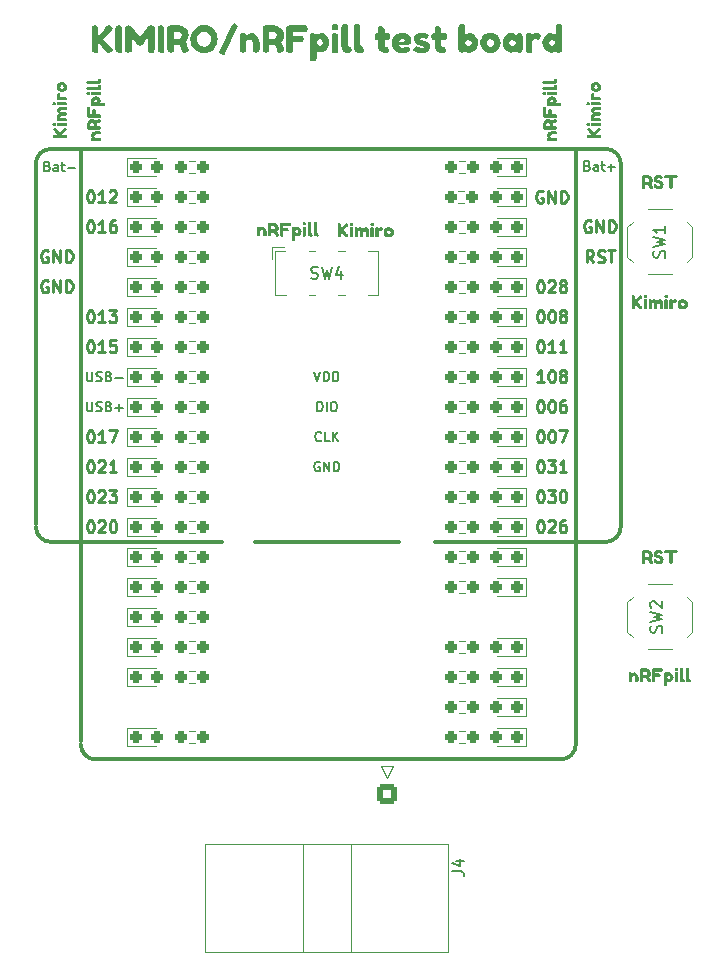
<source format=gbr>
G04 #@! TF.GenerationSoftware,KiCad,Pcbnew,(6.0.6)*
G04 #@! TF.CreationDate,2022-08-02T14:12:15+07:00*
G04 #@! TF.ProjectId,flashbed,666c6173-6862-4656-942e-6b696361645f,rev?*
G04 #@! TF.SameCoordinates,Original*
G04 #@! TF.FileFunction,Legend,Top*
G04 #@! TF.FilePolarity,Positive*
%FSLAX46Y46*%
G04 Gerber Fmt 4.6, Leading zero omitted, Abs format (unit mm)*
G04 Created by KiCad (PCBNEW (6.0.6)) date 2022-08-02 14:12:15*
%MOMM*%
%LPD*%
G01*
G04 APERTURE LIST*
G04 Aperture macros list*
%AMRoundRect*
0 Rectangle with rounded corners*
0 $1 Rounding radius*
0 $2 $3 $4 $5 $6 $7 $8 $9 X,Y pos of 4 corners*
0 Add a 4 corners polygon primitive as box body*
4,1,4,$2,$3,$4,$5,$6,$7,$8,$9,$2,$3,0*
0 Add four circle primitives for the rounded corners*
1,1,$1+$1,$2,$3*
1,1,$1+$1,$4,$5*
1,1,$1+$1,$6,$7*
1,1,$1+$1,$8,$9*
0 Add four rect primitives between the rounded corners*
20,1,$1+$1,$2,$3,$4,$5,0*
20,1,$1+$1,$4,$5,$6,$7,0*
20,1,$1+$1,$6,$7,$8,$9,0*
20,1,$1+$1,$8,$9,$2,$3,0*%
G04 Aperture macros list end*
%ADD10C,0.300000*%
%ADD11C,0.250000*%
%ADD12C,0.200000*%
%ADD13C,0.150000*%
%ADD14C,0.120000*%
%ADD15RoundRect,0.237500X-0.287500X-0.237500X0.287500X-0.237500X0.287500X0.237500X-0.287500X0.237500X0*%
%ADD16RoundRect,0.237500X0.250000X0.237500X-0.250000X0.237500X-0.250000X-0.237500X0.250000X-0.237500X0*%
%ADD17C,2.000000*%
%ADD18RoundRect,0.237500X-0.250000X-0.237500X0.250000X-0.237500X0.250000X0.237500X-0.250000X0.237500X0*%
%ADD19RoundRect,0.237500X0.287500X0.237500X-0.287500X0.237500X-0.287500X-0.237500X0.287500X-0.237500X0*%
%ADD20RoundRect,0.250000X-0.600000X0.600000X-0.600000X-0.600000X0.600000X-0.600000X0.600000X0.600000X0*%
%ADD21C,1.700000*%
%ADD22R,1.600000X1.600000*%
%ADD23C,1.600000*%
%ADD24C,0.800000*%
%ADD25C,6.400000*%
%ADD26R,1.000000X1.700000*%
G04 APERTURE END LIST*
D10*
X88646000Y-66040000D02*
X76454000Y-66040000D01*
X57912000Y-34036000D02*
X57912000Y-64516000D01*
X73660000Y-66040000D02*
X59182000Y-66040000D01*
X59182000Y-32766000D02*
X106172000Y-32766000D01*
X103632000Y-32766000D02*
X103632000Y-83185000D01*
X102362000Y-84455000D02*
G75*
G03*
X103632000Y-83185000I0J1270000D01*
G01*
X61722000Y-83185000D02*
G75*
G03*
X62992000Y-84455000I1270000J0D01*
G01*
X107442000Y-34036000D02*
G75*
G03*
X106172000Y-32766000I-1270000J0D01*
G01*
X57912000Y-64770000D02*
G75*
G03*
X59182000Y-66040000I1270000J0D01*
G01*
X107442000Y-34036000D02*
X107442000Y-64770000D01*
X91694000Y-66040000D02*
X106172000Y-66040000D01*
X102362000Y-84455000D02*
X62992000Y-84455000D01*
X61722000Y-32766000D02*
X61722000Y-82931000D01*
X106172000Y-66040000D02*
G75*
G03*
X107442000Y-64770000I0J1270000D01*
G01*
X59182000Y-32766000D02*
G75*
G03*
X57912000Y-34036000I0J-1270000D01*
G01*
D11*
X58928095Y-43950000D02*
X58832857Y-43902380D01*
X58690000Y-43902380D01*
X58547142Y-43950000D01*
X58451904Y-44045238D01*
X58404285Y-44140476D01*
X58356666Y-44330952D01*
X58356666Y-44473809D01*
X58404285Y-44664285D01*
X58451904Y-44759523D01*
X58547142Y-44854761D01*
X58690000Y-44902380D01*
X58785238Y-44902380D01*
X58928095Y-44854761D01*
X58975714Y-44807142D01*
X58975714Y-44473809D01*
X58785238Y-44473809D01*
X59404285Y-44902380D02*
X59404285Y-43902380D01*
X59975714Y-44902380D01*
X59975714Y-43902380D01*
X60451904Y-44902380D02*
X60451904Y-43902380D01*
X60690000Y-43902380D01*
X60832857Y-43950000D01*
X60928095Y-44045238D01*
X60975714Y-44140476D01*
X61023333Y-44330952D01*
X61023333Y-44473809D01*
X60975714Y-44664285D01*
X60928095Y-44759523D01*
X60832857Y-44854761D01*
X60690000Y-44902380D01*
X60451904Y-44902380D01*
D12*
X81483333Y-51631904D02*
X81750000Y-52431904D01*
X82016666Y-51631904D01*
X82283333Y-52431904D02*
X82283333Y-51631904D01*
X82473809Y-51631904D01*
X82588095Y-51670000D01*
X82664285Y-51746190D01*
X82702380Y-51822380D01*
X82740476Y-51974761D01*
X82740476Y-52089047D01*
X82702380Y-52241428D01*
X82664285Y-52317619D01*
X82588095Y-52393809D01*
X82473809Y-52431904D01*
X82283333Y-52431904D01*
X83083333Y-52431904D02*
X83083333Y-51631904D01*
X83273809Y-51631904D01*
X83388095Y-51670000D01*
X83464285Y-51746190D01*
X83502380Y-51822380D01*
X83540476Y-51974761D01*
X83540476Y-52089047D01*
X83502380Y-52241428D01*
X83464285Y-52317619D01*
X83388095Y-52393809D01*
X83273809Y-52431904D01*
X83083333Y-52431904D01*
D11*
X104902095Y-38870000D02*
X104806857Y-38822380D01*
X104664000Y-38822380D01*
X104521142Y-38870000D01*
X104425904Y-38965238D01*
X104378285Y-39060476D01*
X104330666Y-39250952D01*
X104330666Y-39393809D01*
X104378285Y-39584285D01*
X104425904Y-39679523D01*
X104521142Y-39774761D01*
X104664000Y-39822380D01*
X104759238Y-39822380D01*
X104902095Y-39774761D01*
X104949714Y-39727142D01*
X104949714Y-39393809D01*
X104759238Y-39393809D01*
X105378285Y-39822380D02*
X105378285Y-38822380D01*
X105949714Y-39822380D01*
X105949714Y-38822380D01*
X106425904Y-39822380D02*
X106425904Y-38822380D01*
X106664000Y-38822380D01*
X106806857Y-38870000D01*
X106902095Y-38965238D01*
X106949714Y-39060476D01*
X106997333Y-39250952D01*
X106997333Y-39393809D01*
X106949714Y-39584285D01*
X106902095Y-39679523D01*
X106806857Y-39774761D01*
X106664000Y-39822380D01*
X106425904Y-39822380D01*
X58928095Y-41410000D02*
X58832857Y-41362380D01*
X58690000Y-41362380D01*
X58547142Y-41410000D01*
X58451904Y-41505238D01*
X58404285Y-41600476D01*
X58356666Y-41790952D01*
X58356666Y-41933809D01*
X58404285Y-42124285D01*
X58451904Y-42219523D01*
X58547142Y-42314761D01*
X58690000Y-42362380D01*
X58785238Y-42362380D01*
X58928095Y-42314761D01*
X58975714Y-42267142D01*
X58975714Y-41933809D01*
X58785238Y-41933809D01*
X59404285Y-42362380D02*
X59404285Y-41362380D01*
X59975714Y-42362380D01*
X59975714Y-41362380D01*
X60451904Y-42362380D02*
X60451904Y-41362380D01*
X60690000Y-41362380D01*
X60832857Y-41410000D01*
X60928095Y-41505238D01*
X60975714Y-41600476D01*
X61023333Y-41790952D01*
X61023333Y-41933809D01*
X60975714Y-42124285D01*
X60928095Y-42219523D01*
X60832857Y-42314761D01*
X60690000Y-42362380D01*
X60451904Y-42362380D01*
D12*
X58915428Y-34232857D02*
X59029714Y-34270952D01*
X59067809Y-34309047D01*
X59105904Y-34385238D01*
X59105904Y-34499523D01*
X59067809Y-34575714D01*
X59029714Y-34613809D01*
X58953523Y-34651904D01*
X58648761Y-34651904D01*
X58648761Y-33851904D01*
X58915428Y-33851904D01*
X58991619Y-33890000D01*
X59029714Y-33928095D01*
X59067809Y-34004285D01*
X59067809Y-34080476D01*
X59029714Y-34156666D01*
X58991619Y-34194761D01*
X58915428Y-34232857D01*
X58648761Y-34232857D01*
X59791619Y-34651904D02*
X59791619Y-34232857D01*
X59753523Y-34156666D01*
X59677333Y-34118571D01*
X59524952Y-34118571D01*
X59448761Y-34156666D01*
X59791619Y-34613809D02*
X59715428Y-34651904D01*
X59524952Y-34651904D01*
X59448761Y-34613809D01*
X59410666Y-34537619D01*
X59410666Y-34461428D01*
X59448761Y-34385238D01*
X59524952Y-34347142D01*
X59715428Y-34347142D01*
X59791619Y-34309047D01*
X60058285Y-34118571D02*
X60363047Y-34118571D01*
X60172571Y-33851904D02*
X60172571Y-34537619D01*
X60210666Y-34613809D01*
X60286857Y-34651904D01*
X60363047Y-34651904D01*
X60629714Y-34347142D02*
X61239238Y-34347142D01*
X81730952Y-54971904D02*
X81730952Y-54171904D01*
X81921428Y-54171904D01*
X82035714Y-54210000D01*
X82111904Y-54286190D01*
X82150000Y-54362380D01*
X82188095Y-54514761D01*
X82188095Y-54629047D01*
X82150000Y-54781428D01*
X82111904Y-54857619D01*
X82035714Y-54933809D01*
X81921428Y-54971904D01*
X81730952Y-54971904D01*
X82530952Y-54971904D02*
X82530952Y-54171904D01*
X83064285Y-54171904D02*
X83216666Y-54171904D01*
X83292857Y-54210000D01*
X83369047Y-54286190D01*
X83407142Y-54438571D01*
X83407142Y-54705238D01*
X83369047Y-54857619D01*
X83292857Y-54933809D01*
X83216666Y-54971904D01*
X83064285Y-54971904D01*
X82988095Y-54933809D01*
X82911904Y-54857619D01*
X82873809Y-54705238D01*
X82873809Y-54438571D01*
X82911904Y-54286190D01*
X82988095Y-54210000D01*
X83064285Y-54171904D01*
X104635428Y-34206187D02*
X104749714Y-34244282D01*
X104787809Y-34282377D01*
X104825904Y-34358568D01*
X104825904Y-34472853D01*
X104787809Y-34549044D01*
X104749714Y-34587139D01*
X104673523Y-34625234D01*
X104368761Y-34625234D01*
X104368761Y-33825234D01*
X104635428Y-33825234D01*
X104711619Y-33863330D01*
X104749714Y-33901425D01*
X104787809Y-33977615D01*
X104787809Y-34053806D01*
X104749714Y-34129996D01*
X104711619Y-34168091D01*
X104635428Y-34206187D01*
X104368761Y-34206187D01*
X105511619Y-34625234D02*
X105511619Y-34206187D01*
X105473523Y-34129996D01*
X105397333Y-34091901D01*
X105244952Y-34091901D01*
X105168761Y-34129996D01*
X105511619Y-34587139D02*
X105435428Y-34625234D01*
X105244952Y-34625234D01*
X105168761Y-34587139D01*
X105130666Y-34510949D01*
X105130666Y-34434758D01*
X105168761Y-34358568D01*
X105244952Y-34320472D01*
X105435428Y-34320472D01*
X105511619Y-34282377D01*
X105778285Y-34091901D02*
X106083047Y-34091901D01*
X105892571Y-33825234D02*
X105892571Y-34510949D01*
X105930666Y-34587139D01*
X106006857Y-34625234D01*
X106083047Y-34625234D01*
X106349714Y-34320472D02*
X106959238Y-34320472D01*
X106654476Y-34625234D02*
X106654476Y-34015710D01*
X81940476Y-59290000D02*
X81864285Y-59251904D01*
X81750000Y-59251904D01*
X81635714Y-59290000D01*
X81559523Y-59366190D01*
X81521428Y-59442380D01*
X81483333Y-59594761D01*
X81483333Y-59709047D01*
X81521428Y-59861428D01*
X81559523Y-59937619D01*
X81635714Y-60013809D01*
X81750000Y-60051904D01*
X81826190Y-60051904D01*
X81940476Y-60013809D01*
X81978571Y-59975714D01*
X81978571Y-59709047D01*
X81826190Y-59709047D01*
X82321428Y-60051904D02*
X82321428Y-59251904D01*
X82778571Y-60051904D01*
X82778571Y-59251904D01*
X83159523Y-60051904D02*
X83159523Y-59251904D01*
X83350000Y-59251904D01*
X83464285Y-59290000D01*
X83540476Y-59366190D01*
X83578571Y-59442380D01*
X83616666Y-59594761D01*
X83616666Y-59709047D01*
X83578571Y-59861428D01*
X83540476Y-59937619D01*
X83464285Y-60013809D01*
X83350000Y-60051904D01*
X83159523Y-60051904D01*
X82073809Y-57435714D02*
X82035714Y-57473809D01*
X81921428Y-57511904D01*
X81845238Y-57511904D01*
X81730952Y-57473809D01*
X81654761Y-57397619D01*
X81616666Y-57321428D01*
X81578571Y-57169047D01*
X81578571Y-57054761D01*
X81616666Y-56902380D01*
X81654761Y-56826190D01*
X81730952Y-56750000D01*
X81845238Y-56711904D01*
X81921428Y-56711904D01*
X82035714Y-56750000D01*
X82073809Y-56788095D01*
X82797619Y-57511904D02*
X82416666Y-57511904D01*
X82416666Y-56711904D01*
X83064285Y-57511904D02*
X83064285Y-56711904D01*
X83521428Y-57511904D02*
X83178571Y-57054761D01*
X83521428Y-56711904D02*
X83064285Y-57169047D01*
D11*
X105116380Y-42362380D02*
X104783047Y-41886190D01*
X104544952Y-42362380D02*
X104544952Y-41362380D01*
X104925904Y-41362380D01*
X105021142Y-41410000D01*
X105068761Y-41457619D01*
X105116380Y-41552857D01*
X105116380Y-41695714D01*
X105068761Y-41790952D01*
X105021142Y-41838571D01*
X104925904Y-41886190D01*
X104544952Y-41886190D01*
X105497333Y-42314761D02*
X105640190Y-42362380D01*
X105878285Y-42362380D01*
X105973523Y-42314761D01*
X106021142Y-42267142D01*
X106068761Y-42171904D01*
X106068761Y-42076666D01*
X106021142Y-41981428D01*
X105973523Y-41933809D01*
X105878285Y-41886190D01*
X105687809Y-41838571D01*
X105592571Y-41790952D01*
X105544952Y-41743333D01*
X105497333Y-41648095D01*
X105497333Y-41552857D01*
X105544952Y-41457619D01*
X105592571Y-41410000D01*
X105687809Y-41362380D01*
X105925904Y-41362380D01*
X106068761Y-41410000D01*
X106354476Y-41362380D02*
X106925904Y-41362380D01*
X106640190Y-42362380D02*
X106640190Y-41362380D01*
X62500000Y-36282380D02*
X62595238Y-36282380D01*
X62690476Y-36330000D01*
X62738095Y-36377619D01*
X62785714Y-36472857D01*
X62833333Y-36663333D01*
X62833333Y-36901428D01*
X62785714Y-37091904D01*
X62738095Y-37187142D01*
X62690476Y-37234761D01*
X62595238Y-37282380D01*
X62500000Y-37282380D01*
X62404761Y-37234761D01*
X62357142Y-37187142D01*
X62309523Y-37091904D01*
X62261904Y-36901428D01*
X62261904Y-36663333D01*
X62309523Y-36472857D01*
X62357142Y-36377619D01*
X62404761Y-36330000D01*
X62500000Y-36282380D01*
X63785714Y-37282380D02*
X63214285Y-37282380D01*
X63500000Y-37282380D02*
X63500000Y-36282380D01*
X63404761Y-36425238D01*
X63309523Y-36520476D01*
X63214285Y-36568095D01*
X64166666Y-36377619D02*
X64214285Y-36330000D01*
X64309523Y-36282380D01*
X64547619Y-36282380D01*
X64642857Y-36330000D01*
X64690476Y-36377619D01*
X64738095Y-36472857D01*
X64738095Y-36568095D01*
X64690476Y-36710952D01*
X64119047Y-37282380D01*
X64738095Y-37282380D01*
X100838095Y-36370000D02*
X100742857Y-36322380D01*
X100600000Y-36322380D01*
X100457142Y-36370000D01*
X100361904Y-36465238D01*
X100314285Y-36560476D01*
X100266666Y-36750952D01*
X100266666Y-36893809D01*
X100314285Y-37084285D01*
X100361904Y-37179523D01*
X100457142Y-37274761D01*
X100600000Y-37322380D01*
X100695238Y-37322380D01*
X100838095Y-37274761D01*
X100885714Y-37227142D01*
X100885714Y-36893809D01*
X100695238Y-36893809D01*
X101314285Y-37322380D02*
X101314285Y-36322380D01*
X101885714Y-37322380D01*
X101885714Y-36322380D01*
X102361904Y-37322380D02*
X102361904Y-36322380D01*
X102600000Y-36322380D01*
X102742857Y-36370000D01*
X102838095Y-36465238D01*
X102885714Y-36560476D01*
X102933333Y-36750952D01*
X102933333Y-36893809D01*
X102885714Y-37084285D01*
X102838095Y-37179523D01*
X102742857Y-37274761D01*
X102600000Y-37322380D01*
X102361904Y-37322380D01*
X100600000Y-64209448D02*
X100695238Y-64209448D01*
X100790476Y-64257068D01*
X100838095Y-64304687D01*
X100885714Y-64399925D01*
X100933333Y-64590401D01*
X100933333Y-64828496D01*
X100885714Y-65018972D01*
X100838095Y-65114210D01*
X100790476Y-65161829D01*
X100695238Y-65209448D01*
X100600000Y-65209448D01*
X100504761Y-65161829D01*
X100457142Y-65114210D01*
X100409523Y-65018972D01*
X100361904Y-64828496D01*
X100361904Y-64590401D01*
X100409523Y-64399925D01*
X100457142Y-64304687D01*
X100504761Y-64257068D01*
X100600000Y-64209448D01*
X101314285Y-64304687D02*
X101361904Y-64257068D01*
X101457142Y-64209448D01*
X101695238Y-64209448D01*
X101790476Y-64257068D01*
X101838095Y-64304687D01*
X101885714Y-64399925D01*
X101885714Y-64495163D01*
X101838095Y-64638020D01*
X101266666Y-65209448D01*
X101885714Y-65209448D01*
X102742857Y-64209448D02*
X102552380Y-64209448D01*
X102457142Y-64257068D01*
X102409523Y-64304687D01*
X102314285Y-64447544D01*
X102266666Y-64638020D01*
X102266666Y-65018972D01*
X102314285Y-65114210D01*
X102361904Y-65161829D01*
X102457142Y-65209448D01*
X102647619Y-65209448D01*
X102742857Y-65161829D01*
X102790476Y-65114210D01*
X102838095Y-65018972D01*
X102838095Y-64780877D01*
X102790476Y-64685639D01*
X102742857Y-64638020D01*
X102647619Y-64590401D01*
X102457142Y-64590401D01*
X102361904Y-64638020D01*
X102314285Y-64685639D01*
X102266666Y-64780877D01*
X100933333Y-52509448D02*
X100361904Y-52509448D01*
X100647619Y-52509448D02*
X100647619Y-51509448D01*
X100552380Y-51652306D01*
X100457142Y-51747544D01*
X100361904Y-51795163D01*
X101552380Y-51509448D02*
X101647619Y-51509448D01*
X101742857Y-51557068D01*
X101790476Y-51604687D01*
X101838095Y-51699925D01*
X101885714Y-51890401D01*
X101885714Y-52128496D01*
X101838095Y-52318972D01*
X101790476Y-52414210D01*
X101742857Y-52461829D01*
X101647619Y-52509448D01*
X101552380Y-52509448D01*
X101457142Y-52461829D01*
X101409523Y-52414210D01*
X101361904Y-52318972D01*
X101314285Y-52128496D01*
X101314285Y-51890401D01*
X101361904Y-51699925D01*
X101409523Y-51604687D01*
X101457142Y-51557068D01*
X101552380Y-51509448D01*
X102457142Y-51938020D02*
X102361904Y-51890401D01*
X102314285Y-51842782D01*
X102266666Y-51747544D01*
X102266666Y-51699925D01*
X102314285Y-51604687D01*
X102361904Y-51557068D01*
X102457142Y-51509448D01*
X102647619Y-51509448D01*
X102742857Y-51557068D01*
X102790476Y-51604687D01*
X102838095Y-51699925D01*
X102838095Y-51747544D01*
X102790476Y-51842782D01*
X102742857Y-51890401D01*
X102647619Y-51938020D01*
X102457142Y-51938020D01*
X102361904Y-51985639D01*
X102314285Y-52033258D01*
X102266666Y-52128496D01*
X102266666Y-52318972D01*
X102314285Y-52414210D01*
X102361904Y-52461829D01*
X102457142Y-52509448D01*
X102647619Y-52509448D01*
X102742857Y-52461829D01*
X102790476Y-52414210D01*
X102838095Y-52318972D01*
X102838095Y-52128496D01*
X102790476Y-52033258D01*
X102742857Y-51985639D01*
X102647619Y-51938020D01*
X62500000Y-38822380D02*
X62595238Y-38822380D01*
X62690476Y-38870000D01*
X62738095Y-38917619D01*
X62785714Y-39012857D01*
X62833333Y-39203333D01*
X62833333Y-39441428D01*
X62785714Y-39631904D01*
X62738095Y-39727142D01*
X62690476Y-39774761D01*
X62595238Y-39822380D01*
X62500000Y-39822380D01*
X62404761Y-39774761D01*
X62357142Y-39727142D01*
X62309523Y-39631904D01*
X62261904Y-39441428D01*
X62261904Y-39203333D01*
X62309523Y-39012857D01*
X62357142Y-38917619D01*
X62404761Y-38870000D01*
X62500000Y-38822380D01*
X63785714Y-39822380D02*
X63214285Y-39822380D01*
X63500000Y-39822380D02*
X63500000Y-38822380D01*
X63404761Y-38965238D01*
X63309523Y-39060476D01*
X63214285Y-39108095D01*
X64642857Y-38822380D02*
X64452380Y-38822380D01*
X64357142Y-38870000D01*
X64309523Y-38917619D01*
X64214285Y-39060476D01*
X64166666Y-39250952D01*
X64166666Y-39631904D01*
X64214285Y-39727142D01*
X64261904Y-39774761D01*
X64357142Y-39822380D01*
X64547619Y-39822380D01*
X64642857Y-39774761D01*
X64690476Y-39727142D01*
X64738095Y-39631904D01*
X64738095Y-39393809D01*
X64690476Y-39298571D01*
X64642857Y-39250952D01*
X64547619Y-39203333D01*
X64357142Y-39203333D01*
X64261904Y-39250952D01*
X64214285Y-39298571D01*
X64166666Y-39393809D01*
X100600000Y-54049448D02*
X100695238Y-54049448D01*
X100790476Y-54097068D01*
X100838095Y-54144687D01*
X100885714Y-54239925D01*
X100933333Y-54430401D01*
X100933333Y-54668496D01*
X100885714Y-54858972D01*
X100838095Y-54954210D01*
X100790476Y-55001829D01*
X100695238Y-55049448D01*
X100600000Y-55049448D01*
X100504761Y-55001829D01*
X100457142Y-54954210D01*
X100409523Y-54858972D01*
X100361904Y-54668496D01*
X100361904Y-54430401D01*
X100409523Y-54239925D01*
X100457142Y-54144687D01*
X100504761Y-54097068D01*
X100600000Y-54049448D01*
X101552380Y-54049448D02*
X101647619Y-54049448D01*
X101742857Y-54097068D01*
X101790476Y-54144687D01*
X101838095Y-54239925D01*
X101885714Y-54430401D01*
X101885714Y-54668496D01*
X101838095Y-54858972D01*
X101790476Y-54954210D01*
X101742857Y-55001829D01*
X101647619Y-55049448D01*
X101552380Y-55049448D01*
X101457142Y-55001829D01*
X101409523Y-54954210D01*
X101361904Y-54858972D01*
X101314285Y-54668496D01*
X101314285Y-54430401D01*
X101361904Y-54239925D01*
X101409523Y-54144687D01*
X101457142Y-54097068D01*
X101552380Y-54049448D01*
X102742857Y-54049448D02*
X102552380Y-54049448D01*
X102457142Y-54097068D01*
X102409523Y-54144687D01*
X102314285Y-54287544D01*
X102266666Y-54478020D01*
X102266666Y-54858972D01*
X102314285Y-54954210D01*
X102361904Y-55001829D01*
X102457142Y-55049448D01*
X102647619Y-55049448D01*
X102742857Y-55001829D01*
X102790476Y-54954210D01*
X102838095Y-54858972D01*
X102838095Y-54620877D01*
X102790476Y-54525639D01*
X102742857Y-54478020D01*
X102647619Y-54430401D01*
X102457142Y-54430401D01*
X102361904Y-54478020D01*
X102314285Y-54525639D01*
X102266666Y-54620877D01*
X100600000Y-59129448D02*
X100695238Y-59129448D01*
X100790476Y-59177068D01*
X100838095Y-59224687D01*
X100885714Y-59319925D01*
X100933333Y-59510401D01*
X100933333Y-59748496D01*
X100885714Y-59938972D01*
X100838095Y-60034210D01*
X100790476Y-60081829D01*
X100695238Y-60129448D01*
X100600000Y-60129448D01*
X100504761Y-60081829D01*
X100457142Y-60034210D01*
X100409523Y-59938972D01*
X100361904Y-59748496D01*
X100361904Y-59510401D01*
X100409523Y-59319925D01*
X100457142Y-59224687D01*
X100504761Y-59177068D01*
X100600000Y-59129448D01*
X101266666Y-59129448D02*
X101885714Y-59129448D01*
X101552380Y-59510401D01*
X101695238Y-59510401D01*
X101790476Y-59558020D01*
X101838095Y-59605639D01*
X101885714Y-59700877D01*
X101885714Y-59938972D01*
X101838095Y-60034210D01*
X101790476Y-60081829D01*
X101695238Y-60129448D01*
X101409523Y-60129448D01*
X101314285Y-60081829D01*
X101266666Y-60034210D01*
X102838095Y-60129448D02*
X102266666Y-60129448D01*
X102552380Y-60129448D02*
X102552380Y-59129448D01*
X102457142Y-59272306D01*
X102361904Y-59367544D01*
X102266666Y-59415163D01*
X62500000Y-59142380D02*
X62595238Y-59142380D01*
X62690476Y-59190000D01*
X62738095Y-59237619D01*
X62785714Y-59332857D01*
X62833333Y-59523333D01*
X62833333Y-59761428D01*
X62785714Y-59951904D01*
X62738095Y-60047142D01*
X62690476Y-60094761D01*
X62595238Y-60142380D01*
X62500000Y-60142380D01*
X62404761Y-60094761D01*
X62357142Y-60047142D01*
X62309523Y-59951904D01*
X62261904Y-59761428D01*
X62261904Y-59523333D01*
X62309523Y-59332857D01*
X62357142Y-59237619D01*
X62404761Y-59190000D01*
X62500000Y-59142380D01*
X63214285Y-59237619D02*
X63261904Y-59190000D01*
X63357142Y-59142380D01*
X63595238Y-59142380D01*
X63690476Y-59190000D01*
X63738095Y-59237619D01*
X63785714Y-59332857D01*
X63785714Y-59428095D01*
X63738095Y-59570952D01*
X63166666Y-60142380D01*
X63785714Y-60142380D01*
X64738095Y-60142380D02*
X64166666Y-60142380D01*
X64452380Y-60142380D02*
X64452380Y-59142380D01*
X64357142Y-59285238D01*
X64261904Y-59380476D01*
X64166666Y-59428095D01*
X62500000Y-56602380D02*
X62595238Y-56602380D01*
X62690476Y-56650000D01*
X62738095Y-56697619D01*
X62785714Y-56792857D01*
X62833333Y-56983333D01*
X62833333Y-57221428D01*
X62785714Y-57411904D01*
X62738095Y-57507142D01*
X62690476Y-57554761D01*
X62595238Y-57602380D01*
X62500000Y-57602380D01*
X62404761Y-57554761D01*
X62357142Y-57507142D01*
X62309523Y-57411904D01*
X62261904Y-57221428D01*
X62261904Y-56983333D01*
X62309523Y-56792857D01*
X62357142Y-56697619D01*
X62404761Y-56650000D01*
X62500000Y-56602380D01*
X63785714Y-57602380D02*
X63214285Y-57602380D01*
X63500000Y-57602380D02*
X63500000Y-56602380D01*
X63404761Y-56745238D01*
X63309523Y-56840476D01*
X63214285Y-56888095D01*
X64119047Y-56602380D02*
X64785714Y-56602380D01*
X64357142Y-57602380D01*
X62500000Y-46442380D02*
X62595238Y-46442380D01*
X62690476Y-46490000D01*
X62738095Y-46537619D01*
X62785714Y-46632857D01*
X62833333Y-46823333D01*
X62833333Y-47061428D01*
X62785714Y-47251904D01*
X62738095Y-47347142D01*
X62690476Y-47394761D01*
X62595238Y-47442380D01*
X62500000Y-47442380D01*
X62404761Y-47394761D01*
X62357142Y-47347142D01*
X62309523Y-47251904D01*
X62261904Y-47061428D01*
X62261904Y-46823333D01*
X62309523Y-46632857D01*
X62357142Y-46537619D01*
X62404761Y-46490000D01*
X62500000Y-46442380D01*
X63785714Y-47442380D02*
X63214285Y-47442380D01*
X63500000Y-47442380D02*
X63500000Y-46442380D01*
X63404761Y-46585238D01*
X63309523Y-46680476D01*
X63214285Y-46728095D01*
X64119047Y-46442380D02*
X64738095Y-46442380D01*
X64404761Y-46823333D01*
X64547619Y-46823333D01*
X64642857Y-46870952D01*
X64690476Y-46918571D01*
X64738095Y-47013809D01*
X64738095Y-47251904D01*
X64690476Y-47347142D01*
X64642857Y-47394761D01*
X64547619Y-47442380D01*
X64261904Y-47442380D01*
X64166666Y-47394761D01*
X64119047Y-47347142D01*
X100600000Y-48969448D02*
X100695238Y-48969448D01*
X100790476Y-49017068D01*
X100838095Y-49064687D01*
X100885714Y-49159925D01*
X100933333Y-49350401D01*
X100933333Y-49588496D01*
X100885714Y-49778972D01*
X100838095Y-49874210D01*
X100790476Y-49921829D01*
X100695238Y-49969448D01*
X100600000Y-49969448D01*
X100504761Y-49921829D01*
X100457142Y-49874210D01*
X100409523Y-49778972D01*
X100361904Y-49588496D01*
X100361904Y-49350401D01*
X100409523Y-49159925D01*
X100457142Y-49064687D01*
X100504761Y-49017068D01*
X100600000Y-48969448D01*
X101885714Y-49969448D02*
X101314285Y-49969448D01*
X101600000Y-49969448D02*
X101600000Y-48969448D01*
X101504761Y-49112306D01*
X101409523Y-49207544D01*
X101314285Y-49255163D01*
X102838095Y-49969448D02*
X102266666Y-49969448D01*
X102552380Y-49969448D02*
X102552380Y-48969448D01*
X102457142Y-49112306D01*
X102361904Y-49207544D01*
X102266666Y-49255163D01*
D13*
X93182380Y-93924333D02*
X93896666Y-93924333D01*
X94039523Y-93971952D01*
X94134761Y-94067190D01*
X94182380Y-94210047D01*
X94182380Y-94305285D01*
X93515714Y-93019571D02*
X94182380Y-93019571D01*
X93134761Y-93257666D02*
X93849047Y-93495761D01*
X93849047Y-92876714D01*
D11*
X100600000Y-43902380D02*
X100695238Y-43902380D01*
X100790476Y-43950000D01*
X100838095Y-43997619D01*
X100885714Y-44092857D01*
X100933333Y-44283333D01*
X100933333Y-44521428D01*
X100885714Y-44711904D01*
X100838095Y-44807142D01*
X100790476Y-44854761D01*
X100695238Y-44902380D01*
X100600000Y-44902380D01*
X100504761Y-44854761D01*
X100457142Y-44807142D01*
X100409523Y-44711904D01*
X100361904Y-44521428D01*
X100361904Y-44283333D01*
X100409523Y-44092857D01*
X100457142Y-43997619D01*
X100504761Y-43950000D01*
X100600000Y-43902380D01*
X101314285Y-43997619D02*
X101361904Y-43950000D01*
X101457142Y-43902380D01*
X101695238Y-43902380D01*
X101790476Y-43950000D01*
X101838095Y-43997619D01*
X101885714Y-44092857D01*
X101885714Y-44188095D01*
X101838095Y-44330952D01*
X101266666Y-44902380D01*
X101885714Y-44902380D01*
X102457142Y-44330952D02*
X102361904Y-44283333D01*
X102314285Y-44235714D01*
X102266666Y-44140476D01*
X102266666Y-44092857D01*
X102314285Y-43997619D01*
X102361904Y-43950000D01*
X102457142Y-43902380D01*
X102647619Y-43902380D01*
X102742857Y-43950000D01*
X102790476Y-43997619D01*
X102838095Y-44092857D01*
X102838095Y-44140476D01*
X102790476Y-44235714D01*
X102742857Y-44283333D01*
X102647619Y-44330952D01*
X102457142Y-44330952D01*
X102361904Y-44378571D01*
X102314285Y-44426190D01*
X102266666Y-44521428D01*
X102266666Y-44711904D01*
X102314285Y-44807142D01*
X102361904Y-44854761D01*
X102457142Y-44902380D01*
X102647619Y-44902380D01*
X102742857Y-44854761D01*
X102790476Y-44807142D01*
X102838095Y-44711904D01*
X102838095Y-44521428D01*
X102790476Y-44426190D01*
X102742857Y-44378571D01*
X102647619Y-44330952D01*
X62500000Y-61682380D02*
X62595238Y-61682380D01*
X62690476Y-61730000D01*
X62738095Y-61777619D01*
X62785714Y-61872857D01*
X62833333Y-62063333D01*
X62833333Y-62301428D01*
X62785714Y-62491904D01*
X62738095Y-62587142D01*
X62690476Y-62634761D01*
X62595238Y-62682380D01*
X62500000Y-62682380D01*
X62404761Y-62634761D01*
X62357142Y-62587142D01*
X62309523Y-62491904D01*
X62261904Y-62301428D01*
X62261904Y-62063333D01*
X62309523Y-61872857D01*
X62357142Y-61777619D01*
X62404761Y-61730000D01*
X62500000Y-61682380D01*
X63214285Y-61777619D02*
X63261904Y-61730000D01*
X63357142Y-61682380D01*
X63595238Y-61682380D01*
X63690476Y-61730000D01*
X63738095Y-61777619D01*
X63785714Y-61872857D01*
X63785714Y-61968095D01*
X63738095Y-62110952D01*
X63166666Y-62682380D01*
X63785714Y-62682380D01*
X64119047Y-61682380D02*
X64738095Y-61682380D01*
X64404761Y-62063333D01*
X64547619Y-62063333D01*
X64642857Y-62110952D01*
X64690476Y-62158571D01*
X64738095Y-62253809D01*
X64738095Y-62491904D01*
X64690476Y-62587142D01*
X64642857Y-62634761D01*
X64547619Y-62682380D01*
X64261904Y-62682380D01*
X64166666Y-62634761D01*
X64119047Y-62587142D01*
X100600000Y-56589448D02*
X100695238Y-56589448D01*
X100790476Y-56637068D01*
X100838095Y-56684687D01*
X100885714Y-56779925D01*
X100933333Y-56970401D01*
X100933333Y-57208496D01*
X100885714Y-57398972D01*
X100838095Y-57494210D01*
X100790476Y-57541829D01*
X100695238Y-57589448D01*
X100600000Y-57589448D01*
X100504761Y-57541829D01*
X100457142Y-57494210D01*
X100409523Y-57398972D01*
X100361904Y-57208496D01*
X100361904Y-56970401D01*
X100409523Y-56779925D01*
X100457142Y-56684687D01*
X100504761Y-56637068D01*
X100600000Y-56589448D01*
X101552380Y-56589448D02*
X101647619Y-56589448D01*
X101742857Y-56637068D01*
X101790476Y-56684687D01*
X101838095Y-56779925D01*
X101885714Y-56970401D01*
X101885714Y-57208496D01*
X101838095Y-57398972D01*
X101790476Y-57494210D01*
X101742857Y-57541829D01*
X101647619Y-57589448D01*
X101552380Y-57589448D01*
X101457142Y-57541829D01*
X101409523Y-57494210D01*
X101361904Y-57398972D01*
X101314285Y-57208496D01*
X101314285Y-56970401D01*
X101361904Y-56779925D01*
X101409523Y-56684687D01*
X101457142Y-56637068D01*
X101552380Y-56589448D01*
X102219047Y-56589448D02*
X102885714Y-56589448D01*
X102457142Y-57589448D01*
X62500000Y-48982380D02*
X62595238Y-48982380D01*
X62690476Y-49030000D01*
X62738095Y-49077619D01*
X62785714Y-49172857D01*
X62833333Y-49363333D01*
X62833333Y-49601428D01*
X62785714Y-49791904D01*
X62738095Y-49887142D01*
X62690476Y-49934761D01*
X62595238Y-49982380D01*
X62500000Y-49982380D01*
X62404761Y-49934761D01*
X62357142Y-49887142D01*
X62309523Y-49791904D01*
X62261904Y-49601428D01*
X62261904Y-49363333D01*
X62309523Y-49172857D01*
X62357142Y-49077619D01*
X62404761Y-49030000D01*
X62500000Y-48982380D01*
X63785714Y-49982380D02*
X63214285Y-49982380D01*
X63500000Y-49982380D02*
X63500000Y-48982380D01*
X63404761Y-49125238D01*
X63309523Y-49220476D01*
X63214285Y-49268095D01*
X64690476Y-48982380D02*
X64214285Y-48982380D01*
X64166666Y-49458571D01*
X64214285Y-49410952D01*
X64309523Y-49363333D01*
X64547619Y-49363333D01*
X64642857Y-49410952D01*
X64690476Y-49458571D01*
X64738095Y-49553809D01*
X64738095Y-49791904D01*
X64690476Y-49887142D01*
X64642857Y-49934761D01*
X64547619Y-49982380D01*
X64309523Y-49982380D01*
X64214285Y-49934761D01*
X64166666Y-49887142D01*
X100600000Y-61669448D02*
X100695238Y-61669448D01*
X100790476Y-61717068D01*
X100838095Y-61764687D01*
X100885714Y-61859925D01*
X100933333Y-62050401D01*
X100933333Y-62288496D01*
X100885714Y-62478972D01*
X100838095Y-62574210D01*
X100790476Y-62621829D01*
X100695238Y-62669448D01*
X100600000Y-62669448D01*
X100504761Y-62621829D01*
X100457142Y-62574210D01*
X100409523Y-62478972D01*
X100361904Y-62288496D01*
X100361904Y-62050401D01*
X100409523Y-61859925D01*
X100457142Y-61764687D01*
X100504761Y-61717068D01*
X100600000Y-61669448D01*
X101266666Y-61669448D02*
X101885714Y-61669448D01*
X101552380Y-62050401D01*
X101695238Y-62050401D01*
X101790476Y-62098020D01*
X101838095Y-62145639D01*
X101885714Y-62240877D01*
X101885714Y-62478972D01*
X101838095Y-62574210D01*
X101790476Y-62621829D01*
X101695238Y-62669448D01*
X101409523Y-62669448D01*
X101314285Y-62621829D01*
X101266666Y-62574210D01*
X102504761Y-61669448D02*
X102600000Y-61669448D01*
X102695238Y-61717068D01*
X102742857Y-61764687D01*
X102790476Y-61859925D01*
X102838095Y-62050401D01*
X102838095Y-62288496D01*
X102790476Y-62478972D01*
X102742857Y-62574210D01*
X102695238Y-62621829D01*
X102600000Y-62669448D01*
X102504761Y-62669448D01*
X102409523Y-62621829D01*
X102361904Y-62574210D01*
X102314285Y-62478972D01*
X102266666Y-62288496D01*
X102266666Y-62050401D01*
X102314285Y-61859925D01*
X102361904Y-61764687D01*
X102409523Y-61717068D01*
X102504761Y-61669448D01*
D13*
X81216666Y-43711761D02*
X81359523Y-43759380D01*
X81597619Y-43759380D01*
X81692857Y-43711761D01*
X81740476Y-43664142D01*
X81788095Y-43568904D01*
X81788095Y-43473666D01*
X81740476Y-43378428D01*
X81692857Y-43330809D01*
X81597619Y-43283190D01*
X81407142Y-43235571D01*
X81311904Y-43187952D01*
X81264285Y-43140333D01*
X81216666Y-43045095D01*
X81216666Y-42949857D01*
X81264285Y-42854619D01*
X81311904Y-42807000D01*
X81407142Y-42759380D01*
X81645238Y-42759380D01*
X81788095Y-42807000D01*
X82121428Y-42759380D02*
X82359523Y-43759380D01*
X82550000Y-43045095D01*
X82740476Y-43759380D01*
X82978571Y-42759380D01*
X83788095Y-43092714D02*
X83788095Y-43759380D01*
X83550000Y-42711761D02*
X83311904Y-43426047D01*
X83930952Y-43426047D01*
X107188095Y-95448380D02*
X107188095Y-94448380D01*
X107188095Y-94924571D02*
X107759523Y-94924571D01*
X107759523Y-95448380D02*
X107759523Y-94448380D01*
X108664285Y-94781714D02*
X108664285Y-95448380D01*
X108426190Y-94400761D02*
X108188095Y-95115047D01*
X108807142Y-95115047D01*
D12*
X62249238Y-54171904D02*
X62249238Y-54819523D01*
X62287333Y-54895714D01*
X62325428Y-54933809D01*
X62401619Y-54971904D01*
X62554000Y-54971904D01*
X62630190Y-54933809D01*
X62668285Y-54895714D01*
X62706380Y-54819523D01*
X62706380Y-54171904D01*
X63049238Y-54933809D02*
X63163523Y-54971904D01*
X63354000Y-54971904D01*
X63430190Y-54933809D01*
X63468285Y-54895714D01*
X63506380Y-54819523D01*
X63506380Y-54743333D01*
X63468285Y-54667142D01*
X63430190Y-54629047D01*
X63354000Y-54590952D01*
X63201619Y-54552857D01*
X63125428Y-54514761D01*
X63087333Y-54476666D01*
X63049238Y-54400476D01*
X63049238Y-54324285D01*
X63087333Y-54248095D01*
X63125428Y-54210000D01*
X63201619Y-54171904D01*
X63392095Y-54171904D01*
X63506380Y-54210000D01*
X64115904Y-54552857D02*
X64230190Y-54590952D01*
X64268285Y-54629047D01*
X64306380Y-54705238D01*
X64306380Y-54819523D01*
X64268285Y-54895714D01*
X64230190Y-54933809D01*
X64154000Y-54971904D01*
X63849238Y-54971904D01*
X63849238Y-54171904D01*
X64115904Y-54171904D01*
X64192095Y-54210000D01*
X64230190Y-54248095D01*
X64268285Y-54324285D01*
X64268285Y-54400476D01*
X64230190Y-54476666D01*
X64192095Y-54514761D01*
X64115904Y-54552857D01*
X63849238Y-54552857D01*
X64649238Y-54667142D02*
X65258761Y-54667142D01*
X64954000Y-54971904D02*
X64954000Y-54362380D01*
D13*
X56388095Y-24658380D02*
X56388095Y-23658380D01*
X56388095Y-24134571D02*
X56959523Y-24134571D01*
X56959523Y-24658380D02*
X56959523Y-23658380D01*
X57388095Y-23753619D02*
X57435714Y-23706000D01*
X57530952Y-23658380D01*
X57769047Y-23658380D01*
X57864285Y-23706000D01*
X57911904Y-23753619D01*
X57959523Y-23848857D01*
X57959523Y-23944095D01*
X57911904Y-24086952D01*
X57340476Y-24658380D01*
X57959523Y-24658380D01*
D11*
X62500000Y-64222380D02*
X62595238Y-64222380D01*
X62690476Y-64270000D01*
X62738095Y-64317619D01*
X62785714Y-64412857D01*
X62833333Y-64603333D01*
X62833333Y-64841428D01*
X62785714Y-65031904D01*
X62738095Y-65127142D01*
X62690476Y-65174761D01*
X62595238Y-65222380D01*
X62500000Y-65222380D01*
X62404761Y-65174761D01*
X62357142Y-65127142D01*
X62309523Y-65031904D01*
X62261904Y-64841428D01*
X62261904Y-64603333D01*
X62309523Y-64412857D01*
X62357142Y-64317619D01*
X62404761Y-64270000D01*
X62500000Y-64222380D01*
X63214285Y-64317619D02*
X63261904Y-64270000D01*
X63357142Y-64222380D01*
X63595238Y-64222380D01*
X63690476Y-64270000D01*
X63738095Y-64317619D01*
X63785714Y-64412857D01*
X63785714Y-64508095D01*
X63738095Y-64650952D01*
X63166666Y-65222380D01*
X63785714Y-65222380D01*
X64404761Y-64222380D02*
X64500000Y-64222380D01*
X64595238Y-64270000D01*
X64642857Y-64317619D01*
X64690476Y-64412857D01*
X64738095Y-64603333D01*
X64738095Y-64841428D01*
X64690476Y-65031904D01*
X64642857Y-65127142D01*
X64595238Y-65174761D01*
X64500000Y-65222380D01*
X64404761Y-65222380D01*
X64309523Y-65174761D01*
X64261904Y-65127142D01*
X64214285Y-65031904D01*
X64166666Y-64841428D01*
X64166666Y-64603333D01*
X64214285Y-64412857D01*
X64261904Y-64317619D01*
X64309523Y-64270000D01*
X64404761Y-64222380D01*
D13*
X110894761Y-73723333D02*
X110942380Y-73580476D01*
X110942380Y-73342380D01*
X110894761Y-73247142D01*
X110847142Y-73199523D01*
X110751904Y-73151904D01*
X110656666Y-73151904D01*
X110561428Y-73199523D01*
X110513809Y-73247142D01*
X110466190Y-73342380D01*
X110418571Y-73532857D01*
X110370952Y-73628095D01*
X110323333Y-73675714D01*
X110228095Y-73723333D01*
X110132857Y-73723333D01*
X110037619Y-73675714D01*
X109990000Y-73628095D01*
X109942380Y-73532857D01*
X109942380Y-73294761D01*
X109990000Y-73151904D01*
X109942380Y-72818571D02*
X110942380Y-72580476D01*
X110228095Y-72390000D01*
X110942380Y-72199523D01*
X109942380Y-71961428D01*
X110037619Y-71628095D02*
X109990000Y-71580476D01*
X109942380Y-71485238D01*
X109942380Y-71247142D01*
X109990000Y-71151904D01*
X110037619Y-71104285D01*
X110132857Y-71056666D01*
X110228095Y-71056666D01*
X110370952Y-71104285D01*
X110942380Y-71675714D01*
X110942380Y-71056666D01*
D12*
X62249238Y-51631904D02*
X62249238Y-52279523D01*
X62287333Y-52355714D01*
X62325428Y-52393809D01*
X62401619Y-52431904D01*
X62554000Y-52431904D01*
X62630190Y-52393809D01*
X62668285Y-52355714D01*
X62706380Y-52279523D01*
X62706380Y-51631904D01*
X63049238Y-52393809D02*
X63163523Y-52431904D01*
X63354000Y-52431904D01*
X63430190Y-52393809D01*
X63468285Y-52355714D01*
X63506380Y-52279523D01*
X63506380Y-52203333D01*
X63468285Y-52127142D01*
X63430190Y-52089047D01*
X63354000Y-52050952D01*
X63201619Y-52012857D01*
X63125428Y-51974761D01*
X63087333Y-51936666D01*
X63049238Y-51860476D01*
X63049238Y-51784285D01*
X63087333Y-51708095D01*
X63125428Y-51670000D01*
X63201619Y-51631904D01*
X63392095Y-51631904D01*
X63506380Y-51670000D01*
X64115904Y-52012857D02*
X64230190Y-52050952D01*
X64268285Y-52089047D01*
X64306380Y-52165238D01*
X64306380Y-52279523D01*
X64268285Y-52355714D01*
X64230190Y-52393809D01*
X64154000Y-52431904D01*
X63849238Y-52431904D01*
X63849238Y-51631904D01*
X64115904Y-51631904D01*
X64192095Y-51670000D01*
X64230190Y-51708095D01*
X64268285Y-51784285D01*
X64268285Y-51860476D01*
X64230190Y-51936666D01*
X64192095Y-51974761D01*
X64115904Y-52012857D01*
X63849238Y-52012857D01*
X64649238Y-52127142D02*
X65258761Y-52127142D01*
D13*
X56388095Y-95448380D02*
X56388095Y-94448380D01*
X56388095Y-94924571D02*
X56959523Y-94924571D01*
X56959523Y-95448380D02*
X56959523Y-94448380D01*
X57340476Y-94448380D02*
X57959523Y-94448380D01*
X57626190Y-94829333D01*
X57769047Y-94829333D01*
X57864285Y-94876952D01*
X57911904Y-94924571D01*
X57959523Y-95019809D01*
X57959523Y-95257904D01*
X57911904Y-95353142D01*
X57864285Y-95400761D01*
X57769047Y-95448380D01*
X57483333Y-95448380D01*
X57388095Y-95400761D01*
X57340476Y-95353142D01*
X111148761Y-41973333D02*
X111196380Y-41830476D01*
X111196380Y-41592380D01*
X111148761Y-41497142D01*
X111101142Y-41449523D01*
X111005904Y-41401904D01*
X110910666Y-41401904D01*
X110815428Y-41449523D01*
X110767809Y-41497142D01*
X110720190Y-41592380D01*
X110672571Y-41782857D01*
X110624952Y-41878095D01*
X110577333Y-41925714D01*
X110482095Y-41973333D01*
X110386857Y-41973333D01*
X110291619Y-41925714D01*
X110244000Y-41878095D01*
X110196380Y-41782857D01*
X110196380Y-41544761D01*
X110244000Y-41401904D01*
X110196380Y-41068571D02*
X111196380Y-40830476D01*
X110482095Y-40640000D01*
X111196380Y-40449523D01*
X110196380Y-40211428D01*
X111196380Y-39306666D02*
X111196380Y-39878095D01*
X111196380Y-39592380D02*
X110196380Y-39592380D01*
X110339238Y-39687619D01*
X110434476Y-39782857D01*
X110482095Y-39878095D01*
X107188095Y-24328380D02*
X107188095Y-23328380D01*
X107188095Y-23804571D02*
X107759523Y-23804571D01*
X107759523Y-24328380D02*
X107759523Y-23328380D01*
X108759523Y-24328380D02*
X108188095Y-24328380D01*
X108473809Y-24328380D02*
X108473809Y-23328380D01*
X108378571Y-23471238D01*
X108283333Y-23566476D01*
X108188095Y-23614095D01*
D11*
X100600000Y-46429448D02*
X100695238Y-46429448D01*
X100790476Y-46477068D01*
X100838095Y-46524687D01*
X100885714Y-46619925D01*
X100933333Y-46810401D01*
X100933333Y-47048496D01*
X100885714Y-47238972D01*
X100838095Y-47334210D01*
X100790476Y-47381829D01*
X100695238Y-47429448D01*
X100600000Y-47429448D01*
X100504761Y-47381829D01*
X100457142Y-47334210D01*
X100409523Y-47238972D01*
X100361904Y-47048496D01*
X100361904Y-46810401D01*
X100409523Y-46619925D01*
X100457142Y-46524687D01*
X100504761Y-46477068D01*
X100600000Y-46429448D01*
X101552380Y-46429448D02*
X101647619Y-46429448D01*
X101742857Y-46477068D01*
X101790476Y-46524687D01*
X101838095Y-46619925D01*
X101885714Y-46810401D01*
X101885714Y-47048496D01*
X101838095Y-47238972D01*
X101790476Y-47334210D01*
X101742857Y-47381829D01*
X101647619Y-47429448D01*
X101552380Y-47429448D01*
X101457142Y-47381829D01*
X101409523Y-47334210D01*
X101361904Y-47238972D01*
X101314285Y-47048496D01*
X101314285Y-46810401D01*
X101361904Y-46619925D01*
X101409523Y-46524687D01*
X101457142Y-46477068D01*
X101552380Y-46429448D01*
X102457142Y-46858020D02*
X102361904Y-46810401D01*
X102314285Y-46762782D01*
X102266666Y-46667544D01*
X102266666Y-46619925D01*
X102314285Y-46524687D01*
X102361904Y-46477068D01*
X102457142Y-46429448D01*
X102647619Y-46429448D01*
X102742857Y-46477068D01*
X102790476Y-46524687D01*
X102838095Y-46619925D01*
X102838095Y-46667544D01*
X102790476Y-46762782D01*
X102742857Y-46810401D01*
X102647619Y-46858020D01*
X102457142Y-46858020D01*
X102361904Y-46905639D01*
X102314285Y-46953258D01*
X102266666Y-47048496D01*
X102266666Y-47238972D01*
X102314285Y-47334210D01*
X102361904Y-47381829D01*
X102457142Y-47429448D01*
X102647619Y-47429448D01*
X102742857Y-47381829D01*
X102790476Y-47334210D01*
X102838095Y-47238972D01*
X102838095Y-47048496D01*
X102790476Y-46953258D01*
X102742857Y-46905639D01*
X102647619Y-46858020D01*
D14*
X65650000Y-36095000D02*
X65650000Y-37565000D01*
X65650000Y-37565000D02*
X68110000Y-37565000D01*
X68110000Y-36095000D02*
X65650000Y-36095000D01*
X65650000Y-75665000D02*
X68110000Y-75665000D01*
X68110000Y-74195000D02*
X65650000Y-74195000D01*
X65650000Y-74195000D02*
X65650000Y-75665000D01*
X94234724Y-69327500D02*
X93725276Y-69327500D01*
X94234724Y-70372500D02*
X93725276Y-70372500D01*
X71374724Y-52592500D02*
X70865276Y-52592500D01*
X71374724Y-51547500D02*
X70865276Y-51547500D01*
G36*
X109200950Y-45197713D02*
G01*
X109264450Y-45292963D01*
X109216825Y-45389006D01*
X109164438Y-45447148D01*
X109099350Y-45515213D01*
X109021562Y-45593198D01*
X108931075Y-45681106D01*
X108867575Y-45741431D01*
X108980188Y-45850870D01*
X109075141Y-45945822D01*
X109152432Y-46026288D01*
X109212063Y-46092269D01*
X109264450Y-46191488D01*
X109200950Y-46286738D01*
X109096969Y-46341506D01*
X108999338Y-46274831D01*
X108650087Y-45876369D01*
X108650087Y-46185931D01*
X108647706Y-46241494D01*
X108632625Y-46282769D01*
X108590556Y-46314916D01*
X108508800Y-46325631D01*
X108420694Y-46310550D01*
X108378625Y-46265306D01*
X108369100Y-46184344D01*
X108369100Y-45301694D01*
X108371481Y-45246925D01*
X108386562Y-45204856D01*
X108428631Y-45172709D01*
X108510387Y-45161994D01*
X108598891Y-45176678D01*
X108642150Y-45220731D01*
X108650087Y-45303281D01*
X108650087Y-45606494D01*
X108733146Y-45512831D01*
X108809600Y-45426154D01*
X108879449Y-45346461D01*
X108942696Y-45273754D01*
X108999338Y-45208031D01*
X109096175Y-45142944D01*
X109200950Y-45197713D01*
G37*
G36*
X112479137Y-46288325D02*
G01*
X112388452Y-46224428D01*
X112313244Y-46135925D01*
X112262642Y-46028570D01*
X112245775Y-45908119D01*
X112246070Y-45905738D01*
X112526762Y-45905738D01*
X112539462Y-45973206D01*
X112577562Y-46021625D01*
X112680750Y-46060519D01*
X112785525Y-46020831D01*
X112824816Y-45971619D01*
X112837912Y-45903356D01*
X112825609Y-45835491D01*
X112788700Y-45787469D01*
X112682337Y-45749369D01*
X112575975Y-45789056D01*
X112539066Y-45838070D01*
X112526762Y-45905738D01*
X112246070Y-45905738D01*
X112260592Y-45788527D01*
X112305042Y-45683752D01*
X112379125Y-45593794D01*
X112472258Y-45525002D01*
X112573858Y-45483727D01*
X112683925Y-45469969D01*
X112793815Y-45483639D01*
X112894886Y-45524649D01*
X112987137Y-45593000D01*
X113060339Y-45682517D01*
X113104260Y-45787028D01*
X113118900Y-45906531D01*
X113101834Y-46030952D01*
X113050637Y-46140688D01*
X112975033Y-46229588D01*
X112884744Y-46291500D01*
X112785327Y-46327814D01*
X112682337Y-46339919D01*
X112680750Y-46339720D01*
X112579150Y-46327020D01*
X112479137Y-46288325D01*
G37*
G36*
X112056862Y-45485050D02*
G01*
X112112425Y-45498544D01*
X112162431Y-45531088D01*
X112182275Y-45604906D01*
X112152112Y-45716031D01*
X112064800Y-45776356D01*
X112010031Y-45763656D01*
X111940975Y-45750956D01*
X111860806Y-45781119D01*
X111823500Y-45854144D01*
X111823500Y-46187519D01*
X111821119Y-46242287D01*
X111806037Y-46284356D01*
X111763175Y-46315313D01*
X111682212Y-46325631D01*
X111572675Y-46298644D01*
X111544100Y-46230381D01*
X111544100Y-45627131D01*
X111546481Y-45572363D01*
X111559975Y-45531881D01*
X111602044Y-45499734D01*
X111683800Y-45489019D01*
X111761191Y-45498147D01*
X111802862Y-45525531D01*
X111820325Y-45577919D01*
X111843344Y-45550931D01*
X111907637Y-45508069D01*
X111994156Y-45481081D01*
X112056862Y-45485050D01*
G37*
G36*
X110830519Y-45511839D02*
G01*
X110926562Y-45585063D01*
X110974188Y-45664349D01*
X111002763Y-45772035D01*
X111012288Y-45908119D01*
X111012288Y-46185931D01*
X111009906Y-46240700D01*
X110994825Y-46282769D01*
X110953947Y-46314916D01*
X110872588Y-46325631D01*
X110792022Y-46314519D01*
X110750350Y-46281181D01*
X110736856Y-46239113D01*
X110734475Y-46184344D01*
X110734475Y-45906531D01*
X110709869Y-45802947D01*
X110636050Y-45768419D01*
X110560644Y-45804931D01*
X110540800Y-45908119D01*
X110540800Y-46185931D01*
X110538419Y-46241494D01*
X110523338Y-46282769D01*
X110481269Y-46314916D01*
X110399513Y-46325631D01*
X110318947Y-46314519D01*
X110277275Y-46281181D01*
X110263781Y-46239113D01*
X110261400Y-46184344D01*
X110261400Y-45906531D01*
X110236794Y-45802947D01*
X110162975Y-45768419D01*
X110091538Y-45802947D01*
X110067725Y-45906531D01*
X110067725Y-46187519D01*
X110065344Y-46242287D01*
X110050262Y-46284356D01*
X110007400Y-46315313D01*
X109926437Y-46325631D01*
X109845872Y-46314916D01*
X109804200Y-46282769D01*
X109790706Y-46241494D01*
X109788325Y-46185931D01*
X109788325Y-45627131D01*
X109790706Y-45572363D01*
X109805788Y-45531881D01*
X109845872Y-45499734D01*
X109918500Y-45489019D01*
X110034388Y-45517594D01*
X110061375Y-45600144D01*
X110143528Y-45515609D01*
X110240763Y-45487431D01*
X110339540Y-45502777D01*
X110419974Y-45548815D01*
X110482062Y-45625544D01*
X110524131Y-45575538D01*
X110602713Y-45518387D01*
X110713838Y-45487431D01*
X110830519Y-45511839D01*
G37*
G36*
X109631162Y-45517594D02*
G01*
X109659738Y-45585856D01*
X109661325Y-45631894D01*
X109661325Y-46187519D01*
X109658944Y-46242287D01*
X109643863Y-46284356D01*
X109602984Y-46315313D01*
X109521625Y-46325631D01*
X109441059Y-46314916D01*
X109399388Y-46282769D01*
X109385894Y-46241494D01*
X109383513Y-46185931D01*
X109383513Y-45628719D01*
X109385894Y-45573950D01*
X109399388Y-45531881D01*
X109441456Y-45500925D01*
X109523213Y-45490606D01*
X109631162Y-45517594D01*
G37*
G36*
X111386937Y-45517594D02*
G01*
X111415513Y-45585856D01*
X111417100Y-45631894D01*
X111417100Y-46187519D01*
X111414719Y-46242287D01*
X111399638Y-46284356D01*
X111358759Y-46315313D01*
X111277400Y-46325631D01*
X111196834Y-46314916D01*
X111155163Y-46282769D01*
X111141669Y-46241494D01*
X111139287Y-46185931D01*
X111139287Y-45628719D01*
X111141669Y-45573950D01*
X111155163Y-45531881D01*
X111197231Y-45500925D01*
X111278988Y-45490606D01*
X111386937Y-45517594D01*
G37*
G36*
X111359156Y-45109209D02*
G01*
X111399638Y-45141356D01*
X111414719Y-45183425D01*
X111417100Y-45238194D01*
X111414719Y-45292963D01*
X111400431Y-45334238D01*
X111358362Y-45366781D01*
X111278194Y-45376306D01*
X111198025Y-45366781D01*
X111155956Y-45333444D01*
X111141669Y-45291375D01*
X111139287Y-45236606D01*
X111141669Y-45181837D01*
X111155163Y-45141356D01*
X111197231Y-45109209D01*
X111278988Y-45098494D01*
X111359156Y-45109209D01*
G37*
G36*
X109603381Y-45109209D02*
G01*
X109643863Y-45141356D01*
X109658944Y-45183425D01*
X109661325Y-45238194D01*
X109658944Y-45292963D01*
X109644656Y-45334238D01*
X109602588Y-45366781D01*
X109522419Y-45376306D01*
X109442250Y-45366781D01*
X109400181Y-45333444D01*
X109385894Y-45291375D01*
X109383513Y-45236606D01*
X109385894Y-45181837D01*
X109399388Y-45141356D01*
X109441456Y-45109209D01*
X109523213Y-45098494D01*
X109603381Y-45109209D01*
G37*
X93725276Y-55132500D02*
X94234724Y-55132500D01*
X93725276Y-54087500D02*
X94234724Y-54087500D01*
G36*
X84739162Y-39421594D02*
G01*
X84767738Y-39489856D01*
X84769325Y-39535894D01*
X84769325Y-40091519D01*
X84766944Y-40146287D01*
X84751863Y-40188356D01*
X84710984Y-40219313D01*
X84629625Y-40229631D01*
X84549059Y-40218916D01*
X84507388Y-40186769D01*
X84493894Y-40145494D01*
X84491513Y-40089931D01*
X84491513Y-39532719D01*
X84493894Y-39477950D01*
X84507388Y-39435881D01*
X84549456Y-39404925D01*
X84631213Y-39394606D01*
X84739162Y-39421594D01*
G37*
G36*
X85938519Y-39415839D02*
G01*
X86034562Y-39489063D01*
X86082188Y-39568349D01*
X86110763Y-39676035D01*
X86120288Y-39812119D01*
X86120288Y-40089931D01*
X86117906Y-40144700D01*
X86102825Y-40186769D01*
X86061947Y-40218916D01*
X85980588Y-40229631D01*
X85900022Y-40218519D01*
X85858350Y-40185181D01*
X85844856Y-40143113D01*
X85842475Y-40088344D01*
X85842475Y-39810531D01*
X85817869Y-39706947D01*
X85744050Y-39672419D01*
X85668644Y-39708931D01*
X85648800Y-39812119D01*
X85648800Y-40089931D01*
X85646419Y-40145494D01*
X85631338Y-40186769D01*
X85589269Y-40218916D01*
X85507513Y-40229631D01*
X85426947Y-40218519D01*
X85385275Y-40185181D01*
X85371781Y-40143113D01*
X85369400Y-40088344D01*
X85369400Y-39810531D01*
X85344794Y-39706947D01*
X85270975Y-39672419D01*
X85199538Y-39706947D01*
X85175725Y-39810531D01*
X85175725Y-40091519D01*
X85173344Y-40146287D01*
X85158262Y-40188356D01*
X85115400Y-40219313D01*
X85034437Y-40229631D01*
X84953872Y-40218916D01*
X84912200Y-40186769D01*
X84898706Y-40145494D01*
X84896325Y-40089931D01*
X84896325Y-39531131D01*
X84898706Y-39476363D01*
X84913788Y-39435881D01*
X84953872Y-39403734D01*
X85026500Y-39393019D01*
X85142388Y-39421594D01*
X85169375Y-39504144D01*
X85251528Y-39419609D01*
X85348763Y-39391431D01*
X85447540Y-39406777D01*
X85527974Y-39452815D01*
X85590062Y-39529544D01*
X85632131Y-39479538D01*
X85710713Y-39422387D01*
X85821838Y-39391431D01*
X85938519Y-39415839D01*
G37*
G36*
X87164862Y-39389050D02*
G01*
X87220425Y-39402544D01*
X87270431Y-39435088D01*
X87290275Y-39508906D01*
X87260112Y-39620031D01*
X87172800Y-39680356D01*
X87118031Y-39667656D01*
X87048975Y-39654956D01*
X86968806Y-39685119D01*
X86931500Y-39758144D01*
X86931500Y-40091519D01*
X86929119Y-40146287D01*
X86914037Y-40188356D01*
X86871175Y-40219313D01*
X86790212Y-40229631D01*
X86680675Y-40202644D01*
X86652100Y-40134381D01*
X86652100Y-39531131D01*
X86654481Y-39476363D01*
X86667975Y-39435881D01*
X86710044Y-39403734D01*
X86791800Y-39393019D01*
X86869191Y-39402147D01*
X86910862Y-39429531D01*
X86928325Y-39481919D01*
X86951344Y-39454931D01*
X87015637Y-39412069D01*
X87102156Y-39385081D01*
X87164862Y-39389050D01*
G37*
G36*
X84711381Y-39013209D02*
G01*
X84751863Y-39045356D01*
X84766944Y-39087425D01*
X84769325Y-39142194D01*
X84766944Y-39196963D01*
X84752656Y-39238238D01*
X84710588Y-39270781D01*
X84630419Y-39280306D01*
X84550250Y-39270781D01*
X84508181Y-39237444D01*
X84493894Y-39195375D01*
X84491513Y-39140606D01*
X84493894Y-39085837D01*
X84507388Y-39045356D01*
X84549456Y-39013209D01*
X84631213Y-39002494D01*
X84711381Y-39013209D01*
G37*
G36*
X87587137Y-40192325D02*
G01*
X87496452Y-40128428D01*
X87421244Y-40039925D01*
X87370642Y-39932570D01*
X87353775Y-39812119D01*
X87354070Y-39809738D01*
X87634762Y-39809738D01*
X87647462Y-39877206D01*
X87685562Y-39925625D01*
X87788750Y-39964519D01*
X87893525Y-39924831D01*
X87932816Y-39875619D01*
X87945912Y-39807356D01*
X87933609Y-39739491D01*
X87896700Y-39691469D01*
X87790337Y-39653369D01*
X87683975Y-39693056D01*
X87647066Y-39742070D01*
X87634762Y-39809738D01*
X87354070Y-39809738D01*
X87368592Y-39692527D01*
X87413042Y-39587752D01*
X87487125Y-39497794D01*
X87580258Y-39429002D01*
X87681858Y-39387727D01*
X87791925Y-39373969D01*
X87901815Y-39387639D01*
X88002886Y-39428649D01*
X88095137Y-39497000D01*
X88168339Y-39586517D01*
X88212260Y-39691028D01*
X88226900Y-39810531D01*
X88209834Y-39934952D01*
X88158637Y-40044688D01*
X88083033Y-40133588D01*
X87992744Y-40195500D01*
X87893327Y-40231814D01*
X87790337Y-40243919D01*
X87788750Y-40243720D01*
X87687150Y-40231020D01*
X87587137Y-40192325D01*
G37*
G36*
X84308950Y-39101713D02*
G01*
X84372450Y-39196963D01*
X84324825Y-39293006D01*
X84272438Y-39351148D01*
X84207350Y-39419213D01*
X84129562Y-39497198D01*
X84039075Y-39585106D01*
X83975575Y-39645431D01*
X84088188Y-39754870D01*
X84183141Y-39849822D01*
X84260432Y-39930288D01*
X84320063Y-39996269D01*
X84372450Y-40095488D01*
X84308950Y-40190738D01*
X84204969Y-40245506D01*
X84107338Y-40178831D01*
X83758087Y-39780369D01*
X83758087Y-40089931D01*
X83755706Y-40145494D01*
X83740625Y-40186769D01*
X83698556Y-40218916D01*
X83616800Y-40229631D01*
X83528694Y-40214550D01*
X83486625Y-40169306D01*
X83477100Y-40088344D01*
X83477100Y-39205694D01*
X83479481Y-39150925D01*
X83494562Y-39108856D01*
X83536631Y-39076709D01*
X83618387Y-39065994D01*
X83706891Y-39080678D01*
X83750150Y-39124731D01*
X83758087Y-39207281D01*
X83758087Y-39510494D01*
X83841146Y-39416831D01*
X83917600Y-39330154D01*
X83987449Y-39250461D01*
X84050696Y-39177754D01*
X84107338Y-39112031D01*
X84204175Y-39046944D01*
X84308950Y-39101713D01*
G37*
G36*
X86494937Y-39421594D02*
G01*
X86523513Y-39489856D01*
X86525100Y-39535894D01*
X86525100Y-40091519D01*
X86522719Y-40146287D01*
X86507638Y-40188356D01*
X86466759Y-40219313D01*
X86385400Y-40229631D01*
X86304834Y-40218916D01*
X86263163Y-40186769D01*
X86249669Y-40145494D01*
X86247287Y-40089931D01*
X86247287Y-39532719D01*
X86249669Y-39477950D01*
X86263163Y-39435881D01*
X86305231Y-39404925D01*
X86386988Y-39394606D01*
X86494937Y-39421594D01*
G37*
G36*
X86467156Y-39013209D02*
G01*
X86507638Y-39045356D01*
X86522719Y-39087425D01*
X86525100Y-39142194D01*
X86522719Y-39196963D01*
X86508431Y-39238238D01*
X86466362Y-39270781D01*
X86386194Y-39280306D01*
X86306025Y-39270781D01*
X86263956Y-39237444D01*
X86249669Y-39195375D01*
X86247287Y-39140606D01*
X86249669Y-39085837D01*
X86263163Y-39045356D01*
X86305231Y-39013209D01*
X86386988Y-39002494D01*
X86467156Y-39013209D01*
G37*
X94234724Y-74407500D02*
X93725276Y-74407500D01*
X94234724Y-75452500D02*
X93725276Y-75452500D01*
X71374724Y-50052500D02*
X70865276Y-50052500D01*
X71374724Y-49007500D02*
X70865276Y-49007500D01*
G36*
X109524800Y-36002119D02*
G01*
X109522419Y-36056888D01*
X109507337Y-36098956D01*
X109465269Y-36131103D01*
X109383512Y-36141819D01*
X109295406Y-36127134D01*
X109253337Y-36083081D01*
X109243812Y-36000531D01*
X109243812Y-35541744D01*
X109524800Y-35541744D01*
X109728000Y-35541744D01*
X109820075Y-35506819D01*
X109866112Y-35402044D01*
X109820075Y-35296475D01*
X109724825Y-35260756D01*
X109524800Y-35260756D01*
X109524800Y-35541744D01*
X109243812Y-35541744D01*
X109243812Y-35119469D01*
X109246194Y-35064700D01*
X109261275Y-35022631D01*
X109303344Y-34990484D01*
X109385100Y-34979769D01*
X109728000Y-34979769D01*
X109820251Y-34991058D01*
X109910739Y-35024924D01*
X109999462Y-35081369D01*
X110057406Y-35139312D01*
X110104237Y-35214719D01*
X110135194Y-35303619D01*
X110145512Y-35402044D01*
X110132283Y-35514580D01*
X110092596Y-35613005D01*
X110026450Y-35697319D01*
X110053967Y-35762406D01*
X110089950Y-35845485D01*
X110134400Y-35946556D01*
X110158212Y-36029106D01*
X110133606Y-36084669D01*
X110059787Y-36130706D01*
X109978031Y-36152931D01*
X109927231Y-36137850D01*
X109897862Y-36106894D01*
X109877049Y-36061562D01*
X109835774Y-35965783D01*
X109774037Y-35819556D01*
X109724825Y-35822731D01*
X109524800Y-35822731D01*
X109524800Y-36002119D01*
G37*
G36*
X110720783Y-34966870D02*
G01*
X110803531Y-34985325D01*
X110912275Y-35035331D01*
X110951962Y-35065494D01*
X111001175Y-35143281D01*
X110963075Y-35230594D01*
X110908306Y-35290125D01*
X110851950Y-35309969D01*
X110769400Y-35278219D01*
X110751144Y-35262344D01*
X110726537Y-35241706D01*
X110641606Y-35221069D01*
X110555881Y-35245675D01*
X110521750Y-35313937D01*
X110562231Y-35384581D01*
X110663037Y-35421094D01*
X110726141Y-35433198D01*
X110794800Y-35450462D01*
X110863459Y-35472489D01*
X110926562Y-35498881D01*
X110981927Y-35537973D01*
X111027369Y-35598100D01*
X111057730Y-35676880D01*
X111067850Y-35771931D01*
X111057531Y-35868967D01*
X111026575Y-35953700D01*
X110978950Y-36023352D01*
X110918625Y-36075144D01*
X110830960Y-36121887D01*
X110739414Y-36149933D01*
X110643987Y-36159281D01*
X110571359Y-36154717D01*
X110502700Y-36141025D01*
X110394750Y-36095781D01*
X110323312Y-36045775D01*
X110277275Y-35997356D01*
X110262987Y-35979894D01*
X110221712Y-35888613D01*
X110238778Y-35841583D01*
X110289975Y-35781456D01*
X110374112Y-35743356D01*
X110427294Y-35763200D01*
X110497937Y-35822731D01*
X110561437Y-35874325D01*
X110637637Y-35898931D01*
X110719658Y-35885526D01*
X110768871Y-35845309D01*
X110785275Y-35778281D01*
X110744794Y-35717163D01*
X110643987Y-35681444D01*
X110581281Y-35666958D01*
X110513812Y-35645725D01*
X110446344Y-35618936D01*
X110383637Y-35587781D01*
X110328273Y-35544720D01*
X110282831Y-35482212D01*
X110252470Y-35402639D01*
X110242350Y-35308381D01*
X110253903Y-35219217D01*
X110288564Y-35137990D01*
X110346331Y-35064700D01*
X110424031Y-35006933D01*
X110518487Y-34972272D01*
X110629700Y-34960719D01*
X110720783Y-34966870D01*
G37*
G36*
X112204500Y-34990088D02*
G01*
X112236250Y-35027394D01*
X112244188Y-35094069D01*
X112236250Y-35159950D01*
X112209263Y-35194081D01*
X112128300Y-35208369D01*
X111825087Y-35208369D01*
X111825087Y-36006881D01*
X111822706Y-36060856D01*
X111808419Y-36101338D01*
X111766350Y-36133881D01*
X111686975Y-36143406D01*
X111608394Y-36133881D01*
X111567119Y-36101338D01*
X111552831Y-36060062D01*
X111550450Y-36005294D01*
X111550450Y-35208369D01*
X111245650Y-35208369D01*
X111171037Y-35196462D01*
X111139287Y-35159156D01*
X111131350Y-35092481D01*
X111139287Y-35026600D01*
X111166275Y-34992469D01*
X111247238Y-34978181D01*
X112129887Y-34978181D01*
X112204500Y-34990088D01*
G37*
X99450000Y-37565000D02*
X99450000Y-36095000D01*
X99450000Y-36095000D02*
X96990000Y-36095000D01*
X96990000Y-37565000D02*
X99450000Y-37565000D01*
X71374724Y-83072500D02*
X70865276Y-83072500D01*
X71374724Y-82027500D02*
X70865276Y-82027500D01*
X71374724Y-44972500D02*
X70865276Y-44972500D01*
X71374724Y-43927500D02*
X70865276Y-43927500D01*
X93725276Y-49007500D02*
X94234724Y-49007500D01*
X93725276Y-50052500D02*
X94234724Y-50052500D01*
X71374724Y-61707500D02*
X70865276Y-61707500D01*
X71374724Y-62752500D02*
X70865276Y-62752500D01*
X96990000Y-65505000D02*
X99450000Y-65505000D01*
X99450000Y-65505000D02*
X99450000Y-64035000D01*
X99450000Y-64035000D02*
X96990000Y-64035000D01*
G36*
X101947663Y-30850681D02*
G01*
X101989731Y-30865763D01*
X102021878Y-30907831D01*
X102032594Y-30989588D01*
X102017909Y-31077694D01*
X101973856Y-31119763D01*
X101891306Y-31129288D01*
X101010244Y-31129288D01*
X100955475Y-31126906D01*
X100913406Y-31111825D01*
X100881259Y-31069756D01*
X100870544Y-30988000D01*
X100870544Y-30848300D01*
X101151531Y-30848300D01*
X101432519Y-30848300D01*
X101432519Y-30645100D01*
X101397594Y-30553025D01*
X101292819Y-30506988D01*
X101187250Y-30553025D01*
X101151531Y-30648275D01*
X101151531Y-30848300D01*
X100870544Y-30848300D01*
X100870544Y-30645100D01*
X100881833Y-30552849D01*
X100915699Y-30462361D01*
X100972144Y-30373638D01*
X101030087Y-30315694D01*
X101105494Y-30268863D01*
X101194394Y-30237906D01*
X101292819Y-30227588D01*
X101405355Y-30240817D01*
X101503780Y-30280504D01*
X101588094Y-30346650D01*
X101653181Y-30319133D01*
X101736260Y-30283150D01*
X101837331Y-30238700D01*
X101919881Y-30214888D01*
X101975444Y-30239494D01*
X102021481Y-30313313D01*
X102043706Y-30395069D01*
X102028625Y-30445869D01*
X101997669Y-30475238D01*
X101952337Y-30496051D01*
X101856558Y-30537326D01*
X101710331Y-30599063D01*
X101713506Y-30648275D01*
X101713506Y-30848300D01*
X101892894Y-30848300D01*
X101947663Y-30850681D01*
G37*
G36*
X101976634Y-27363737D02*
G01*
X102018306Y-27387550D01*
X102034975Y-27457400D01*
X102027831Y-27584400D01*
X101999653Y-27685206D01*
X101946869Y-27743150D01*
X101846062Y-27776487D01*
X101699219Y-27787600D01*
X100943569Y-27787600D01*
X100888800Y-27785219D01*
X100846731Y-27771725D01*
X100814584Y-27729656D01*
X100803869Y-27647900D01*
X100814584Y-27569319D01*
X100846731Y-27527250D01*
X100889594Y-27512169D01*
X100945156Y-27509787D01*
X101680169Y-27509787D01*
X101752400Y-27500262D01*
X101767481Y-27458194D01*
X101769863Y-27414538D01*
X101783356Y-27387550D01*
X101896069Y-27355800D01*
X101976634Y-27363737D01*
G37*
G36*
X101092794Y-29229050D02*
G01*
X101134862Y-29262388D01*
X101149150Y-29304456D01*
X101151531Y-29360813D01*
X101151531Y-29846588D01*
X101311869Y-29846588D01*
X101311869Y-29533850D01*
X101314250Y-29477494D01*
X101329331Y-29435425D01*
X101372591Y-29404469D01*
X101454744Y-29394150D01*
X101543247Y-29409231D01*
X101586506Y-29454475D01*
X101594444Y-29535438D01*
X101594444Y-29846588D01*
X101894481Y-29846588D01*
X101950044Y-29848969D01*
X101991319Y-29864050D01*
X102023466Y-29906119D01*
X102034181Y-29987875D01*
X102019100Y-30075981D01*
X101973856Y-30118050D01*
X101892894Y-30127575D01*
X101010244Y-30127575D01*
X100899912Y-30097413D01*
X100870544Y-29983113D01*
X100870544Y-29357638D01*
X100872925Y-29302869D01*
X100888006Y-29261594D01*
X100930869Y-29229050D01*
X101011831Y-29219525D01*
X101092794Y-29229050D01*
G37*
G36*
X101976634Y-26844625D02*
G01*
X102018306Y-26868437D01*
X102034975Y-26938287D01*
X102027831Y-27065287D01*
X101999653Y-27166094D01*
X101946869Y-27224037D01*
X101846062Y-27257375D01*
X101699219Y-27268488D01*
X100943569Y-27268488D01*
X100888800Y-27266106D01*
X100846731Y-27252612D01*
X100814584Y-27210544D01*
X100803869Y-27128787D01*
X100814584Y-27050206D01*
X100846731Y-27008137D01*
X100889594Y-26993056D01*
X100945156Y-26990675D01*
X101680169Y-26990675D01*
X101752400Y-26981150D01*
X101767481Y-26939081D01*
X101769863Y-26895425D01*
X101783356Y-26868437D01*
X101896069Y-26836687D01*
X101976634Y-26844625D01*
G37*
G36*
X101949250Y-31258669D02*
G01*
X101989731Y-31272163D01*
X102021878Y-31314231D01*
X102032594Y-31395988D01*
X102017909Y-31484888D01*
X101973856Y-31526163D01*
X101892894Y-31535688D01*
X101613494Y-31535688D01*
X101511894Y-31572994D01*
X101475381Y-31673006D01*
X101513481Y-31774606D01*
X101613494Y-31813500D01*
X101894481Y-31813500D01*
X101949250Y-31815881D01*
X101989731Y-31830963D01*
X102021878Y-31871841D01*
X102032594Y-31953200D01*
X102021878Y-32033766D01*
X101989731Y-32075438D01*
X101947663Y-32088931D01*
X101892894Y-32091313D01*
X101330919Y-32091313D01*
X101277737Y-32088931D01*
X101237256Y-32073850D01*
X101207491Y-32032178D01*
X101197569Y-31951613D01*
X101206697Y-31873428D01*
X101234081Y-31832550D01*
X101299169Y-31816675D01*
X101267419Y-31788100D01*
X101234081Y-31745238D01*
X101197569Y-31626175D01*
X101211063Y-31526251D01*
X101251544Y-31438144D01*
X101319013Y-31361856D01*
X101405884Y-31303207D01*
X101504574Y-31268017D01*
X101615081Y-31256288D01*
X101894481Y-31256288D01*
X101949250Y-31258669D01*
G37*
G36*
X101001512Y-27916981D02*
G01*
X101042787Y-27931269D01*
X101075331Y-27973338D01*
X101084856Y-28053506D01*
X101075331Y-28133675D01*
X101041994Y-28175744D01*
X100999925Y-28190031D01*
X100945156Y-28192413D01*
X100890387Y-28190031D01*
X100849906Y-28176537D01*
X100817759Y-28134469D01*
X100807044Y-28052712D01*
X100817759Y-27972544D01*
X100849906Y-27932063D01*
X100891975Y-27916981D01*
X100946744Y-27914600D01*
X101001512Y-27916981D01*
G37*
G36*
X101950837Y-27916981D02*
G01*
X101992906Y-27932063D01*
X102023863Y-27972941D01*
X102034181Y-28054300D01*
X102023466Y-28134866D01*
X101991319Y-28176537D01*
X101950044Y-28190031D01*
X101894481Y-28192413D01*
X101337269Y-28192413D01*
X101282500Y-28190031D01*
X101240431Y-28176537D01*
X101209475Y-28134469D01*
X101199156Y-28052712D01*
X101226144Y-27944763D01*
X101294406Y-27916188D01*
X101340444Y-27914600D01*
X101896069Y-27914600D01*
X101950837Y-27916981D01*
G37*
G36*
X101938931Y-28844875D02*
G01*
X102259606Y-28844875D01*
X102313581Y-28847256D01*
X102354063Y-28861544D01*
X102386606Y-28902025D01*
X102396131Y-28979813D01*
X102386606Y-29058394D01*
X102354856Y-29099669D01*
X102315169Y-29113956D01*
X102261194Y-29116338D01*
X101334094Y-29116338D01*
X101280119Y-29113956D01*
X101240431Y-29100463D01*
X101208284Y-29062759D01*
X101197569Y-28994100D01*
X101219000Y-28880594D01*
X101281706Y-28846463D01*
X101219794Y-28768873D01*
X101207923Y-28704381D01*
X101470619Y-28704381D01*
X101513481Y-28802013D01*
X101607144Y-28838525D01*
X101700013Y-28801219D01*
X101742081Y-28705969D01*
X101700806Y-28607544D01*
X101607144Y-28567063D01*
X101512687Y-28605163D01*
X101470619Y-28704381D01*
X101207923Y-28704381D01*
X101199156Y-28656756D01*
X101212738Y-28572001D01*
X101253484Y-28490245D01*
X101321394Y-28411488D01*
X101407295Y-28347106D01*
X101502016Y-28308476D01*
X101605556Y-28295600D01*
X101709097Y-28308388D01*
X101803817Y-28346753D01*
X101889719Y-28410694D01*
X101957628Y-28489099D01*
X101998374Y-28570855D01*
X102011956Y-28655963D01*
X102003828Y-28705969D01*
X101993700Y-28768278D01*
X101938931Y-28844875D01*
G37*
X99450000Y-52805000D02*
X99450000Y-51335000D01*
X96990000Y-52805000D02*
X99450000Y-52805000D01*
X99450000Y-51335000D02*
X96990000Y-51335000D01*
X65650000Y-38635000D02*
X65650000Y-40105000D01*
X65650000Y-40105000D02*
X68110000Y-40105000D01*
X68110000Y-38635000D02*
X65650000Y-38635000D01*
X93725276Y-56627500D02*
X94234724Y-56627500D01*
X93725276Y-57672500D02*
X94234724Y-57672500D01*
X94234724Y-34812500D02*
X93725276Y-34812500D01*
X94234724Y-33767500D02*
X93725276Y-33767500D01*
X99450000Y-53875000D02*
X96990000Y-53875000D01*
X96990000Y-55345000D02*
X99450000Y-55345000D01*
X99450000Y-55345000D02*
X99450000Y-53875000D01*
X68110000Y-76735000D02*
X65650000Y-76735000D01*
X65650000Y-78205000D02*
X68110000Y-78205000D01*
X65650000Y-76735000D02*
X65650000Y-78205000D01*
X99450000Y-60425000D02*
X99450000Y-58955000D01*
X96990000Y-60425000D02*
X99450000Y-60425000D01*
X99450000Y-58955000D02*
X96990000Y-58955000D01*
X68110000Y-66575000D02*
X65650000Y-66575000D01*
X65650000Y-68045000D02*
X68110000Y-68045000D01*
X65650000Y-66575000D02*
X65650000Y-68045000D01*
G36*
X100401437Y-22947312D02*
G01*
X100512563Y-22974300D01*
X100612575Y-23039387D01*
X100652263Y-23187025D01*
X100591937Y-23409275D01*
X100417312Y-23529925D01*
X100307775Y-23504525D01*
X100169662Y-23479125D01*
X100009325Y-23539450D01*
X99934713Y-23685500D01*
X99934713Y-24352250D01*
X99929950Y-24461787D01*
X99899788Y-24545925D01*
X99814062Y-24607838D01*
X99652137Y-24628475D01*
X99433062Y-24574500D01*
X99375912Y-24437975D01*
X99375912Y-23231475D01*
X99380675Y-23121937D01*
X99407662Y-23040975D01*
X99491800Y-22976681D01*
X99655312Y-22955250D01*
X99810094Y-22973506D01*
X99893438Y-23028275D01*
X99928363Y-23133050D01*
X99974400Y-23079075D01*
X100102988Y-22993350D01*
X100276025Y-22939375D01*
X100401437Y-22947312D01*
G37*
G36*
X94248288Y-24469725D02*
G01*
X94167325Y-24586406D01*
X93975238Y-24625300D01*
X93814106Y-24603869D01*
X93730762Y-24539575D01*
X93703775Y-24455437D01*
X93699013Y-24345900D01*
X93699013Y-23795037D01*
X94260988Y-23795037D01*
X94338775Y-23983950D01*
X94534038Y-24069675D01*
X94734063Y-23983950D01*
X94816612Y-23793450D01*
X94740412Y-23601363D01*
X94537213Y-23514050D01*
X94335600Y-23602950D01*
X94260988Y-23795037D01*
X93699013Y-23795037D01*
X93699013Y-22450425D01*
X93703775Y-22340887D01*
X93730762Y-22259925D01*
X93814900Y-22195631D01*
X93978413Y-22174200D01*
X94138750Y-22195631D01*
X94219713Y-22259925D01*
X94249875Y-22344062D01*
X94254638Y-22453600D01*
X94254638Y-23114000D01*
X94408625Y-22997319D01*
X94616587Y-22958425D01*
X94799856Y-22986294D01*
X94972893Y-23069903D01*
X95135700Y-23209250D01*
X95267110Y-23385463D01*
X95345956Y-23579667D01*
X95372238Y-23791863D01*
X95346132Y-24003882D01*
X95267815Y-24197557D01*
X95137288Y-24372888D01*
X94976774Y-24511353D01*
X94808499Y-24594432D01*
X94632463Y-24622125D01*
X94534038Y-24605890D01*
X94401481Y-24584025D01*
X94248288Y-24469725D01*
G37*
G36*
X67862847Y-22325806D02*
G01*
X67946587Y-22390100D01*
X67976750Y-22475825D01*
X67981512Y-22586950D01*
X67981512Y-24349075D01*
X67951350Y-24522906D01*
X67860862Y-24606250D01*
X67708462Y-24625300D01*
X67562412Y-24609425D01*
X67479862Y-24571325D01*
X67435412Y-24507825D01*
X67419537Y-24342725D01*
X67419537Y-23279100D01*
X67321906Y-23406497D01*
X67187762Y-23591838D01*
X67063144Y-23766066D01*
X66994087Y-23860125D01*
X66936937Y-23934738D01*
X66859150Y-23991887D01*
X66725800Y-24028400D01*
X66595625Y-23995062D01*
X66511487Y-23929975D01*
X66486087Y-23895050D01*
X66391631Y-23770828D01*
X66235262Y-23556912D01*
X66090800Y-23358078D01*
X66032062Y-23279100D01*
X66032062Y-24349075D01*
X66027300Y-24458613D01*
X65997137Y-24539575D01*
X65911412Y-24603869D01*
X65749487Y-24625300D01*
X65592325Y-24603869D01*
X65508187Y-24539575D01*
X65478025Y-24457025D01*
X65473262Y-24342725D01*
X65473262Y-22580600D01*
X65478025Y-22471062D01*
X65508187Y-22386925D01*
X65593912Y-22325012D01*
X65755837Y-22304375D01*
X65903475Y-22325012D01*
X65984437Y-22367875D01*
X66003487Y-22386925D01*
X66724212Y-23333075D01*
X66925761Y-23066756D01*
X67098608Y-22839299D01*
X67242753Y-22650704D01*
X67358196Y-22500971D01*
X67444937Y-22390100D01*
X67535822Y-22325806D01*
X67700525Y-22304375D01*
X67862847Y-22325806D01*
G37*
G36*
X98180525Y-24622125D02*
G01*
X98001843Y-24594256D01*
X97831981Y-24510647D01*
X97670937Y-24371300D01*
X97540410Y-24195087D01*
X97462093Y-24000883D01*
X97436574Y-23793450D01*
X97991613Y-23793450D01*
X98074162Y-23982362D01*
X98274187Y-24066500D01*
X98469450Y-23980775D01*
X98547238Y-23791863D01*
X98472625Y-23599775D01*
X98272600Y-23510875D01*
X98069400Y-23599775D01*
X97991613Y-23793450D01*
X97436574Y-23793450D01*
X97435988Y-23788688D01*
X97462269Y-23576668D01*
X97541115Y-23382993D01*
X97672525Y-23207662D01*
X97835332Y-23069197D01*
X98008369Y-22986118D01*
X98191638Y-22958425D01*
X98388488Y-22996525D01*
X98512313Y-23067962D01*
X98569463Y-23133050D01*
X98641694Y-22999700D01*
X98820288Y-22955250D01*
X99004438Y-22974300D01*
X99088575Y-23040975D01*
X99117150Y-23125112D01*
X99121913Y-23234650D01*
X99121913Y-24345900D01*
X99117150Y-24455437D01*
X99090162Y-24539575D01*
X99013566Y-24601487D01*
X98872675Y-24622125D01*
X98640900Y-24579263D01*
X98572638Y-24453850D01*
X98415872Y-24580056D01*
X98274187Y-24605383D01*
X98180525Y-24622125D01*
G37*
G36*
X77671612Y-24345900D02*
G01*
X77666850Y-24455437D01*
X77636687Y-24539575D01*
X77552550Y-24603869D01*
X77389037Y-24625300D01*
X77212825Y-24595931D01*
X77128687Y-24507825D01*
X77109637Y-24342725D01*
X77109637Y-23425150D01*
X77671612Y-23425150D01*
X78078012Y-23425150D01*
X78262162Y-23355300D01*
X78354237Y-23145750D01*
X78262162Y-22934612D01*
X78071662Y-22863175D01*
X77671612Y-22863175D01*
X77671612Y-23425150D01*
X77109637Y-23425150D01*
X77109637Y-22580600D01*
X77114400Y-22471062D01*
X77144562Y-22386925D01*
X77228700Y-22322631D01*
X77392212Y-22301200D01*
X78078012Y-22301200D01*
X78262515Y-22323778D01*
X78443490Y-22391511D01*
X78620937Y-22504400D01*
X78736825Y-22620287D01*
X78830487Y-22771100D01*
X78892400Y-22948900D01*
X78913037Y-23145750D01*
X78886579Y-23370822D01*
X78807204Y-23567672D01*
X78674912Y-23736300D01*
X78729946Y-23866475D01*
X78801912Y-24032633D01*
X78890812Y-24234775D01*
X78938437Y-24399875D01*
X78889225Y-24511000D01*
X78741587Y-24603075D01*
X78578075Y-24647525D01*
X78476475Y-24617363D01*
X78417737Y-24555450D01*
X78376110Y-24464786D01*
X78293560Y-24273228D01*
X78170087Y-23980775D01*
X78071662Y-23987125D01*
X77671612Y-23987125D01*
X77671612Y-24345900D01*
G37*
G36*
X81678462Y-24437975D02*
G01*
X81678462Y-25079325D01*
X81673700Y-25187275D01*
X81645125Y-25268237D01*
X81564162Y-25333325D01*
X81408587Y-25352375D01*
X81251425Y-25333325D01*
X81168875Y-25269825D01*
X81140300Y-25190450D01*
X81135537Y-25082500D01*
X81135537Y-23774400D01*
X81691162Y-23774400D01*
X81765775Y-23960138D01*
X81956275Y-24044275D01*
X82153125Y-23961725D01*
X82234087Y-23774400D01*
X82157887Y-23585487D01*
X81959450Y-23501350D01*
X81764187Y-23587075D01*
X81691162Y-23774400D01*
X81135537Y-23774400D01*
X81135537Y-23228300D01*
X81140300Y-23120350D01*
X81167287Y-23040975D01*
X81242694Y-22976681D01*
X81380012Y-22955250D01*
X81607025Y-22998112D01*
X81675287Y-23123525D01*
X81830466Y-22999700D01*
X82054700Y-22958425D01*
X82224210Y-22985589D01*
X82387722Y-23067081D01*
X82545237Y-23202900D01*
X82674001Y-23374703D01*
X82751260Y-23564144D01*
X82777012Y-23771225D01*
X82751436Y-23978306D01*
X82674707Y-24167747D01*
X82546825Y-24339550D01*
X82390015Y-24475369D01*
X82226503Y-24556861D01*
X82056287Y-24584025D01*
X81956275Y-24567769D01*
X81831656Y-24547513D01*
X81678462Y-24437975D01*
G37*
G36*
X74839512Y-22196425D02*
G01*
X74968100Y-22282944D01*
X75010962Y-22377400D01*
X74966512Y-22536150D01*
X73947337Y-24653875D01*
X73907650Y-24733250D01*
X73860025Y-24782463D01*
X73772712Y-24806275D01*
X73613962Y-24758650D01*
X73472675Y-24674512D01*
X73436162Y-24593550D01*
X73474262Y-24434800D01*
X74496612Y-22298025D01*
X74604562Y-22158325D01*
X74679175Y-22145625D01*
X74839512Y-22196425D01*
G37*
G36*
X84229575Y-22189281D02*
G01*
X84313712Y-22253575D01*
X84343875Y-22339300D01*
X84348637Y-22450425D01*
X84348637Y-23920450D01*
X84367687Y-24064913D01*
X84451825Y-24095075D01*
X84539137Y-24099838D01*
X84593112Y-24126825D01*
X84656612Y-24352250D01*
X84640737Y-24513381D01*
X84593112Y-24596725D01*
X84453412Y-24630063D01*
X84199412Y-24615775D01*
X83997800Y-24559419D01*
X83881912Y-24453850D01*
X83815237Y-24252237D01*
X83793012Y-23958550D01*
X83793012Y-22447250D01*
X83797775Y-22337712D01*
X83824762Y-22253575D01*
X83908900Y-22189281D01*
X84072412Y-22167850D01*
X84229575Y-22189281D01*
G37*
G36*
X68695094Y-22330569D02*
G01*
X68781612Y-22418675D01*
X68797487Y-22583775D01*
X68797487Y-24349075D01*
X68792725Y-24460200D01*
X68762562Y-24542750D01*
X68678425Y-24607044D01*
X68514912Y-24628475D01*
X68338700Y-24598312D01*
X68254562Y-24507825D01*
X68235512Y-24345900D01*
X68235512Y-22580600D01*
X68240275Y-22471062D01*
X68270437Y-22386925D01*
X68354575Y-22322631D01*
X68518087Y-22301200D01*
X68695094Y-22330569D01*
G37*
G36*
X87337106Y-22413119D02*
G01*
X87422037Y-22501225D01*
X87437912Y-22663150D01*
X87437912Y-22974300D01*
X87649050Y-22961600D01*
X87757000Y-22966362D01*
X87841137Y-22996525D01*
X87903050Y-23078281D01*
X87923687Y-23241000D01*
X87902256Y-23402131D01*
X87837962Y-23485475D01*
X87753825Y-23512462D01*
X87644287Y-23517225D01*
X87437912Y-23504525D01*
X87437912Y-23942675D01*
X87464900Y-24066500D01*
X87566500Y-24104600D01*
X87680800Y-24109363D01*
X87764937Y-24139525D01*
X87837962Y-24352250D01*
X87815738Y-24513381D01*
X87749062Y-24596725D01*
X87664925Y-24623712D01*
X87558562Y-24628475D01*
X87356068Y-24611894D01*
X87188851Y-24562153D01*
X87056912Y-24479250D01*
X86961662Y-24356836D01*
X86904512Y-24188561D01*
X86885462Y-23974425D01*
X86885462Y-23504525D01*
X86755287Y-23514050D01*
X86639400Y-23460075D01*
X86593362Y-23275925D01*
X86609237Y-23087012D01*
X86653687Y-23002875D01*
X86780687Y-22961600D01*
X86885462Y-22974300D01*
X86885462Y-22647275D01*
X86890225Y-22539325D01*
X86920387Y-22463125D01*
X87002144Y-22403594D01*
X87164862Y-22383750D01*
X87337106Y-22413119D01*
G37*
G36*
X90844687Y-22950487D02*
G01*
X91079638Y-23031450D01*
X91190763Y-23158450D01*
X91120913Y-23345775D01*
X90978038Y-23456900D01*
X90836750Y-23409275D01*
X90612913Y-23361650D01*
X90425588Y-23431500D01*
X90479562Y-23510081D01*
X90641487Y-23555325D01*
X90847862Y-23596600D01*
X91047888Y-23675975D01*
X91201875Y-23829962D01*
X91248309Y-23953391D01*
X91263787Y-24104600D01*
X91248309Y-24257397D01*
X91201875Y-24385588D01*
X91028838Y-24558625D01*
X90881906Y-24613306D01*
X90712043Y-24646114D01*
X90519250Y-24657050D01*
X90317638Y-24637294D01*
X90121317Y-24578028D01*
X89930288Y-24479250D01*
X89869962Y-24358600D01*
X89900125Y-24254619D01*
X89990613Y-24107775D01*
X90103325Y-24053800D01*
X90314463Y-24131587D01*
X90555762Y-24209375D01*
X90701019Y-24190325D01*
X90749437Y-24133175D01*
X90696256Y-24080787D01*
X90536712Y-24044275D01*
X90337481Y-23992681D01*
X90139837Y-23895050D01*
X89987438Y-23715663D01*
X89942194Y-23581916D01*
X89927113Y-23425150D01*
X89954671Y-23244556D01*
X90037349Y-23104094D01*
X90175144Y-23003764D01*
X90368057Y-22943566D01*
X90616088Y-22923500D01*
X90844687Y-22950487D01*
G37*
G36*
X65116869Y-22330569D02*
G01*
X65203387Y-22418675D01*
X65219262Y-22583775D01*
X65219262Y-24349075D01*
X65214500Y-24460200D01*
X65184337Y-24542750D01*
X65100200Y-24607044D01*
X64936687Y-24628475D01*
X64760475Y-24598312D01*
X64676337Y-24507825D01*
X64657287Y-24345900D01*
X64657287Y-22580600D01*
X64662050Y-22471062D01*
X64692212Y-22386925D01*
X64776350Y-22322631D01*
X64939862Y-22301200D01*
X65116869Y-22330569D01*
G37*
G36*
X71719678Y-24579263D02*
G01*
X71523523Y-24470122D01*
X71345425Y-24317325D01*
X71197490Y-24134366D01*
X71091822Y-23934738D01*
X71028421Y-23718441D01*
X71007287Y-23485475D01*
X71008768Y-23469600D01*
X71569262Y-23469600D01*
X71589547Y-23646165D01*
X71650401Y-23799094D01*
X71751825Y-23928387D01*
X71945103Y-24060547D01*
X72159812Y-24104600D01*
X72374125Y-24061738D01*
X72566212Y-23933150D01*
X72666754Y-23805797D01*
X72727079Y-23652339D01*
X72747187Y-23472775D01*
X72726903Y-23292858D01*
X72666049Y-23138342D01*
X72564625Y-23009225D01*
X72371347Y-22878256D01*
X72156637Y-22834600D01*
X71942325Y-22878653D01*
X71750237Y-23010812D01*
X71649696Y-23140106D01*
X71589371Y-23293035D01*
X71569262Y-23469600D01*
X71008768Y-23469600D01*
X71031100Y-23230284D01*
X71102537Y-22991762D01*
X71213662Y-22780228D01*
X71356537Y-22606000D01*
X71527194Y-22467094D01*
X71721662Y-22361525D01*
X71931212Y-22294850D01*
X72147112Y-22272625D01*
X72374323Y-22293858D01*
X72586056Y-22357556D01*
X72782311Y-22463720D01*
X72963087Y-22612350D01*
X73114495Y-22792432D01*
X73222644Y-22992953D01*
X73287533Y-23213913D01*
X73309162Y-23455312D01*
X73288525Y-23697605D01*
X73226612Y-23921244D01*
X73123425Y-24126230D01*
X72978962Y-24312563D01*
X72804337Y-24467443D01*
X72610662Y-24578072D01*
X72397937Y-24644449D01*
X72166162Y-24666575D01*
X72159812Y-24665978D01*
X71933891Y-24644747D01*
X71719678Y-24579263D01*
G37*
G36*
X64292162Y-22372637D02*
G01*
X64419162Y-22563137D01*
X64323912Y-22755225D01*
X64219137Y-22871509D01*
X64088962Y-23007638D01*
X63933387Y-23163609D01*
X63752412Y-23339425D01*
X63625412Y-23460075D01*
X63850639Y-23678952D01*
X64040544Y-23868856D01*
X64195127Y-24029789D01*
X64314387Y-24161750D01*
X64419162Y-24360188D01*
X64292162Y-24550687D01*
X64084200Y-24660225D01*
X63888937Y-24526875D01*
X63190437Y-23729950D01*
X63190437Y-24349075D01*
X63185675Y-24460200D01*
X63155512Y-24542750D01*
X63071375Y-24607044D01*
X62907862Y-24628475D01*
X62731650Y-24598312D01*
X62647512Y-24507825D01*
X62628462Y-24345900D01*
X62628462Y-22580600D01*
X62633225Y-22471062D01*
X62663387Y-22386925D01*
X62747525Y-22322631D01*
X62911037Y-22301200D01*
X63088044Y-22330569D01*
X63174562Y-22418675D01*
X63190437Y-22583775D01*
X63190437Y-23190200D01*
X63356553Y-23002875D01*
X63509461Y-22829520D01*
X63649161Y-22670135D01*
X63775653Y-22524720D01*
X63888937Y-22393275D01*
X64082612Y-22263100D01*
X64292162Y-22372637D01*
G37*
G36*
X88752362Y-24123650D02*
G01*
X88961912Y-24183975D01*
X89126219Y-24174450D01*
X89250837Y-24145875D01*
X89285763Y-24133175D01*
X89412763Y-24098250D01*
X89587387Y-24241125D01*
X89628662Y-24387175D01*
X89586395Y-24510802D01*
X89459594Y-24599106D01*
X89248258Y-24652089D01*
X88952387Y-24669750D01*
X88730534Y-24649509D01*
X88534875Y-24588787D01*
X88372553Y-24494728D01*
X88250712Y-24374475D01*
X88139587Y-24196322D01*
X88072912Y-24004764D01*
X88050687Y-23799800D01*
X88063891Y-23685500D01*
X88641237Y-23685500D01*
X89041287Y-23685500D01*
X89161937Y-23583900D01*
X89106375Y-23466425D01*
X88947625Y-23421975D01*
X88742837Y-23506112D01*
X88641237Y-23685500D01*
X88063891Y-23685500D01*
X88079439Y-23550915D01*
X88165693Y-23337661D01*
X88309450Y-23160037D01*
X88496246Y-23026864D01*
X88711617Y-22946960D01*
X88955562Y-22920325D01*
X89161541Y-22939772D01*
X89338150Y-22998112D01*
X89485391Y-23095347D01*
X89603263Y-23231475D01*
X89684225Y-23404116D01*
X89711212Y-23591838D01*
X89687003Y-23761700D01*
X89614375Y-23880762D01*
X89400063Y-23974425D01*
X88647587Y-23974425D01*
X88752362Y-24123650D01*
G37*
G36*
X69613462Y-24345900D02*
G01*
X69608700Y-24455437D01*
X69578537Y-24539575D01*
X69494400Y-24603869D01*
X69330887Y-24625300D01*
X69154675Y-24595931D01*
X69070537Y-24507825D01*
X69051487Y-24342725D01*
X69051487Y-23425150D01*
X69613462Y-23425150D01*
X70019862Y-23425150D01*
X70204012Y-23355300D01*
X70296087Y-23145750D01*
X70204012Y-22934612D01*
X70013512Y-22863175D01*
X69613462Y-22863175D01*
X69613462Y-23425150D01*
X69051487Y-23425150D01*
X69051487Y-22580600D01*
X69056250Y-22471062D01*
X69086412Y-22386925D01*
X69170550Y-22322631D01*
X69334062Y-22301200D01*
X70019862Y-22301200D01*
X70204365Y-22323778D01*
X70385340Y-22391511D01*
X70562787Y-22504400D01*
X70678675Y-22620287D01*
X70772337Y-22771100D01*
X70834250Y-22948900D01*
X70854887Y-23145750D01*
X70828429Y-23370822D01*
X70749054Y-23567672D01*
X70616762Y-23736300D01*
X70671796Y-23866475D01*
X70743762Y-24032633D01*
X70832662Y-24234775D01*
X70880287Y-24399875D01*
X70831075Y-24511000D01*
X70683437Y-24603075D01*
X70519925Y-24647525D01*
X70418325Y-24617363D01*
X70359587Y-24555450D01*
X70317960Y-24464786D01*
X70235410Y-24273228D01*
X70111937Y-23980775D01*
X70013512Y-23987125D01*
X69613462Y-23987125D01*
X69613462Y-24345900D01*
G37*
G36*
X101550788Y-24622125D02*
G01*
X101365932Y-24594432D01*
X101192365Y-24511353D01*
X101030087Y-24372888D01*
X100899560Y-24197557D01*
X100821243Y-24003882D01*
X100795333Y-23793450D01*
X101350763Y-23793450D01*
X101433313Y-23983950D01*
X101633338Y-24069675D01*
X101828600Y-23983950D01*
X101906388Y-23795037D01*
X101831775Y-23602950D01*
X101630162Y-23514050D01*
X101426962Y-23601363D01*
X101350763Y-23793450D01*
X100795333Y-23793450D01*
X100795138Y-23791863D01*
X100821419Y-23579667D01*
X100900265Y-23385463D01*
X101031675Y-23209250D01*
X101194482Y-23069903D01*
X101367519Y-22986294D01*
X101550788Y-22958425D01*
X101759544Y-22998112D01*
X101915913Y-23117175D01*
X101915913Y-22450425D01*
X101920675Y-22340887D01*
X101949250Y-22258337D01*
X102033388Y-22193250D01*
X102193725Y-22174200D01*
X102354063Y-22193250D01*
X102438200Y-22259925D01*
X102466775Y-22344062D01*
X102471538Y-22453600D01*
X102471538Y-24349075D01*
X102466775Y-24458613D01*
X102436613Y-24539575D01*
X102345728Y-24603869D01*
X102168325Y-24625300D01*
X101996478Y-24586406D01*
X101922263Y-24469725D01*
X101762719Y-24584025D01*
X101633338Y-24607285D01*
X101550788Y-24622125D01*
G37*
G36*
X80762475Y-22305962D02*
G01*
X80845025Y-22336125D01*
X80910112Y-22421850D01*
X80929162Y-22583775D01*
X80910112Y-22745700D01*
X80843437Y-22829837D01*
X80759300Y-22858412D01*
X80646587Y-22863175D01*
X79675037Y-22863175D01*
X79675037Y-23183850D01*
X80300512Y-23183850D01*
X80413225Y-23188612D01*
X80497362Y-23218775D01*
X80559275Y-23305294D01*
X80579912Y-23469600D01*
X80549750Y-23646606D01*
X80459262Y-23733125D01*
X80297337Y-23749000D01*
X79675037Y-23749000D01*
X79675037Y-24349075D01*
X79670275Y-24460200D01*
X79640112Y-24542750D01*
X79555975Y-24607044D01*
X79392462Y-24628475D01*
X79216250Y-24598312D01*
X79132112Y-24507825D01*
X79113062Y-24345900D01*
X79113062Y-22580600D01*
X79173387Y-22359937D01*
X79401987Y-22301200D01*
X80652937Y-22301200D01*
X80762475Y-22305962D01*
G37*
G36*
X76315711Y-22982238D02*
G01*
X76491924Y-23063200D01*
X76644500Y-23198138D01*
X76761799Y-23371881D01*
X76832178Y-23569260D01*
X76855637Y-23790275D01*
X76855637Y-24349075D01*
X76850875Y-24458613D01*
X76823887Y-24539575D01*
X76739750Y-24603869D01*
X76576237Y-24625300D01*
X76398437Y-24595931D01*
X76315887Y-24507825D01*
X76296837Y-24345900D01*
X76296837Y-23787100D01*
X76222225Y-23583900D01*
X76022200Y-23510875D01*
X75819000Y-23587075D01*
X75741212Y-23787100D01*
X75741212Y-24349075D01*
X75736450Y-24458613D01*
X75706287Y-24539575D01*
X75624531Y-24603869D01*
X75461812Y-24625300D01*
X75300681Y-24603869D01*
X75217337Y-24539575D01*
X75190350Y-24455437D01*
X75185587Y-24345900D01*
X75185587Y-23221950D01*
X75190350Y-23115587D01*
X75220512Y-23034625D01*
X75303856Y-22975094D01*
X75464987Y-22955250D01*
X75621356Y-22973506D01*
X75703112Y-23028275D01*
X75734862Y-23158450D01*
X75792012Y-23094950D01*
X75877737Y-23028275D01*
X76115862Y-22955250D01*
X76315711Y-22982238D01*
G37*
G36*
X85267800Y-22189281D02*
G01*
X85351937Y-22253575D01*
X85382100Y-22339300D01*
X85386862Y-22450425D01*
X85386862Y-23920450D01*
X85405912Y-24064913D01*
X85490050Y-24095075D01*
X85577362Y-24099838D01*
X85631337Y-24126825D01*
X85694837Y-24352250D01*
X85678962Y-24513381D01*
X85631337Y-24596725D01*
X85491637Y-24630063D01*
X85237637Y-24615775D01*
X85036025Y-24559419D01*
X84920137Y-24453850D01*
X84853462Y-24252237D01*
X84831237Y-23958550D01*
X84831237Y-22447250D01*
X84836000Y-22337712D01*
X84862987Y-22253575D01*
X84947125Y-22189281D01*
X85110637Y-22167850D01*
X85267800Y-22189281D01*
G37*
G36*
X95997713Y-24553862D02*
G01*
X95816341Y-24426069D01*
X95665925Y-24249063D01*
X95564722Y-24034353D01*
X95530988Y-23793450D01*
X95531578Y-23788688D01*
X96092963Y-23788688D01*
X96118363Y-23923625D01*
X96194563Y-24020462D01*
X96400938Y-24098250D01*
X96610488Y-24018875D01*
X96689069Y-23920450D01*
X96715262Y-23783925D01*
X96690656Y-23648194D01*
X96616838Y-23552150D01*
X96404113Y-23475950D01*
X96191388Y-23555325D01*
X96117569Y-23653353D01*
X96092963Y-23788688D01*
X95531578Y-23788688D01*
X95560621Y-23554267D01*
X95649521Y-23344717D01*
X95797688Y-23164800D01*
X95983954Y-23027217D01*
X96187154Y-22944667D01*
X96407288Y-22917150D01*
X96627068Y-22944490D01*
X96829210Y-23026511D01*
X97013713Y-23163212D01*
X97160115Y-23342247D01*
X97247957Y-23551268D01*
X97277237Y-23790275D01*
X97243106Y-24039116D01*
X97140713Y-24258588D01*
X96989503Y-24436388D01*
X96808925Y-24560213D01*
X96610091Y-24632841D01*
X96404113Y-24657050D01*
X96400938Y-24656653D01*
X96197738Y-24631253D01*
X95997713Y-24553862D01*
G37*
G36*
X83478687Y-23012400D02*
G01*
X83535837Y-23148925D01*
X83539012Y-23241000D01*
X83539012Y-24352250D01*
X83534250Y-24461787D01*
X83504087Y-24545925D01*
X83422331Y-24607838D01*
X83259612Y-24628475D01*
X83098481Y-24607044D01*
X83015137Y-24542750D01*
X82988150Y-24460200D01*
X82983387Y-24349075D01*
X82983387Y-23234650D01*
X82988150Y-23125112D01*
X83015137Y-23040975D01*
X83099275Y-22979062D01*
X83262787Y-22958425D01*
X83478687Y-23012400D01*
G37*
G36*
X83423125Y-22195631D02*
G01*
X83504087Y-22259925D01*
X83534250Y-22344062D01*
X83539012Y-22453600D01*
X83534250Y-22563137D01*
X83505675Y-22645687D01*
X83421537Y-22710775D01*
X83261200Y-22729825D01*
X83100862Y-22710775D01*
X83016725Y-22644100D01*
X82988150Y-22559962D01*
X82983387Y-22450425D01*
X82988150Y-22340887D01*
X83015137Y-22259925D01*
X83099275Y-22195631D01*
X83262787Y-22174200D01*
X83423125Y-22195631D01*
G37*
G36*
X92134531Y-22413119D02*
G01*
X92219462Y-22501225D01*
X92235338Y-22663150D01*
X92235338Y-22974300D01*
X92446475Y-22961600D01*
X92554425Y-22966362D01*
X92638562Y-22996525D01*
X92700475Y-23078281D01*
X92721112Y-23241000D01*
X92699681Y-23402131D01*
X92635388Y-23485475D01*
X92551250Y-23512462D01*
X92441712Y-23517225D01*
X92235338Y-23504525D01*
X92235338Y-23942675D01*
X92262325Y-24066500D01*
X92363925Y-24104600D01*
X92478225Y-24109363D01*
X92562363Y-24139525D01*
X92635388Y-24352250D01*
X92613163Y-24513381D01*
X92546487Y-24596725D01*
X92462350Y-24623712D01*
X92355987Y-24628475D01*
X92153493Y-24611894D01*
X91986276Y-24562153D01*
X91854337Y-24479250D01*
X91759087Y-24356836D01*
X91701938Y-24188561D01*
X91682888Y-23974425D01*
X91682888Y-23504525D01*
X91552713Y-23514050D01*
X91436825Y-23460075D01*
X91390788Y-23275925D01*
X91406662Y-23087012D01*
X91451112Y-23002875D01*
X91578113Y-22961600D01*
X91682888Y-22974300D01*
X91682888Y-22647275D01*
X91687650Y-22539325D01*
X91717812Y-22463125D01*
X91799569Y-22403594D01*
X91962288Y-22383750D01*
X92134531Y-22413119D01*
G37*
X65650000Y-69115000D02*
X65650000Y-70585000D01*
X65650000Y-70585000D02*
X68110000Y-70585000D01*
X68110000Y-69115000D02*
X65650000Y-69115000D01*
X96990000Y-42645000D02*
X99450000Y-42645000D01*
X99450000Y-42645000D02*
X99450000Y-41175000D01*
X99450000Y-41175000D02*
X96990000Y-41175000D01*
X71374724Y-66787500D02*
X70865276Y-66787500D01*
X71374724Y-67832500D02*
X70865276Y-67832500D01*
X71374724Y-38847500D02*
X70865276Y-38847500D01*
X71374724Y-39892500D02*
X70865276Y-39892500D01*
X65650000Y-58955000D02*
X65650000Y-60425000D01*
X65650000Y-60425000D02*
X68110000Y-60425000D01*
X68110000Y-58955000D02*
X65650000Y-58955000D01*
X71374724Y-70372500D02*
X70865276Y-70372500D01*
X71374724Y-69327500D02*
X70865276Y-69327500D01*
X65650000Y-57885000D02*
X68110000Y-57885000D01*
X65650000Y-56415000D02*
X65650000Y-57885000D01*
X68110000Y-56415000D02*
X65650000Y-56415000D01*
X93725276Y-44972500D02*
X94234724Y-44972500D01*
X93725276Y-43927500D02*
X94234724Y-43927500D01*
X71374724Y-46467500D02*
X70865276Y-46467500D01*
X71374724Y-47512500D02*
X70865276Y-47512500D01*
X65650000Y-71655000D02*
X65650000Y-73125000D01*
X65650000Y-73125000D02*
X68110000Y-73125000D01*
X68110000Y-71655000D02*
X65650000Y-71655000D01*
X94234724Y-67832500D02*
X93725276Y-67832500D01*
X94234724Y-66787500D02*
X93725276Y-66787500D01*
X65650000Y-46255000D02*
X65650000Y-47725000D01*
X65650000Y-47725000D02*
X68110000Y-47725000D01*
X68110000Y-46255000D02*
X65650000Y-46255000D01*
X99450000Y-48795000D02*
X96990000Y-48795000D01*
X96990000Y-50265000D02*
X99450000Y-50265000D01*
X99450000Y-50265000D02*
X99450000Y-48795000D01*
X84600000Y-91646000D02*
X84600000Y-100766000D01*
X92840000Y-100766000D02*
X72260000Y-100766000D01*
X72260000Y-91646000D02*
X92840000Y-91646000D01*
X72260000Y-100766000D02*
X72260000Y-91646000D01*
X87630000Y-86026000D02*
X88130000Y-85026000D01*
X80500000Y-91646000D02*
X80500000Y-100766000D01*
X88130000Y-85026000D02*
X87130000Y-85026000D01*
X92840000Y-91646000D02*
X92840000Y-100766000D01*
X87130000Y-85026000D02*
X87630000Y-86026000D01*
X94234724Y-41387500D02*
X93725276Y-41387500D01*
X94234724Y-42432500D02*
X93725276Y-42432500D01*
X93725276Y-61707500D02*
X94234724Y-61707500D01*
X93725276Y-62752500D02*
X94234724Y-62752500D01*
X99450000Y-45185000D02*
X99450000Y-43715000D01*
X99450000Y-43715000D02*
X96990000Y-43715000D01*
X96990000Y-45185000D02*
X99450000Y-45185000D01*
X99450000Y-70585000D02*
X99450000Y-69115000D01*
X96990000Y-70585000D02*
X99450000Y-70585000D01*
X99450000Y-69115000D02*
X96990000Y-69115000D01*
X94234724Y-38847500D02*
X93725276Y-38847500D01*
X94234724Y-39892500D02*
X93725276Y-39892500D01*
X65650000Y-61495000D02*
X65650000Y-62965000D01*
X68110000Y-61495000D02*
X65650000Y-61495000D01*
X65650000Y-62965000D02*
X68110000Y-62965000D01*
X96990000Y-57885000D02*
X99450000Y-57885000D01*
X99450000Y-57885000D02*
X99450000Y-56415000D01*
X99450000Y-56415000D02*
X96990000Y-56415000D01*
X99450000Y-74195000D02*
X96990000Y-74195000D01*
X96990000Y-75665000D02*
X99450000Y-75665000D01*
X99450000Y-75665000D02*
X99450000Y-74195000D01*
X99450000Y-81815000D02*
X96990000Y-81815000D01*
X99450000Y-83285000D02*
X99450000Y-81815000D01*
X96990000Y-83285000D02*
X99450000Y-83285000D01*
X71374724Y-33767500D02*
X70865276Y-33767500D01*
X71374724Y-34812500D02*
X70865276Y-34812500D01*
X93725276Y-65292500D02*
X94234724Y-65292500D01*
X93725276Y-64247500D02*
X94234724Y-64247500D01*
X94207724Y-37352500D02*
X93698276Y-37352500D01*
X94207724Y-36307500D02*
X93698276Y-36307500D01*
X65650000Y-50265000D02*
X68110000Y-50265000D01*
X65650000Y-48795000D02*
X65650000Y-50265000D01*
X68110000Y-48795000D02*
X65650000Y-48795000D01*
X71374724Y-55132500D02*
X70865276Y-55132500D01*
X71374724Y-54087500D02*
X70865276Y-54087500D01*
X93725276Y-46467500D02*
X94234724Y-46467500D01*
X93725276Y-47512500D02*
X94234724Y-47512500D01*
X94234724Y-82027500D02*
X93725276Y-82027500D01*
X94234724Y-83072500D02*
X93725276Y-83072500D01*
X96990000Y-62965000D02*
X99450000Y-62965000D01*
X99450000Y-61495000D02*
X96990000Y-61495000D01*
X99450000Y-62965000D02*
X99450000Y-61495000D01*
X99450000Y-80745000D02*
X99450000Y-79275000D01*
X99450000Y-79275000D02*
X96990000Y-79275000D01*
X96990000Y-80745000D02*
X99450000Y-80745000D01*
X99450000Y-68045000D02*
X99450000Y-66575000D01*
X99450000Y-66575000D02*
X96990000Y-66575000D01*
X96990000Y-68045000D02*
X99450000Y-68045000D01*
X96990000Y-35025000D02*
X99450000Y-35025000D01*
X99450000Y-35025000D02*
X99450000Y-33555000D01*
X99450000Y-33555000D02*
X96990000Y-33555000D01*
G36*
X112204500Y-66740088D02*
G01*
X112236250Y-66777394D01*
X112244188Y-66844069D01*
X112236250Y-66909950D01*
X112209263Y-66944081D01*
X112128300Y-66958369D01*
X111825087Y-66958369D01*
X111825087Y-67756881D01*
X111822706Y-67810856D01*
X111808419Y-67851338D01*
X111766350Y-67883881D01*
X111686975Y-67893406D01*
X111608394Y-67883881D01*
X111567119Y-67851338D01*
X111552831Y-67810062D01*
X111550450Y-67755294D01*
X111550450Y-66958369D01*
X111245650Y-66958369D01*
X111171037Y-66946462D01*
X111139287Y-66909156D01*
X111131350Y-66842481D01*
X111139287Y-66776600D01*
X111166275Y-66742469D01*
X111247238Y-66728181D01*
X112129887Y-66728181D01*
X112204500Y-66740088D01*
G37*
G36*
X110720783Y-66716870D02*
G01*
X110803531Y-66735325D01*
X110912275Y-66785331D01*
X110951962Y-66815494D01*
X111001175Y-66893281D01*
X110963075Y-66980594D01*
X110908306Y-67040125D01*
X110851950Y-67059969D01*
X110769400Y-67028219D01*
X110751144Y-67012344D01*
X110726537Y-66991706D01*
X110641606Y-66971069D01*
X110555881Y-66995675D01*
X110521750Y-67063937D01*
X110562231Y-67134581D01*
X110663037Y-67171094D01*
X110726141Y-67183198D01*
X110794800Y-67200462D01*
X110863459Y-67222489D01*
X110926562Y-67248881D01*
X110981927Y-67287973D01*
X111027369Y-67348100D01*
X111057730Y-67426880D01*
X111067850Y-67521931D01*
X111057531Y-67618967D01*
X111026575Y-67703700D01*
X110978950Y-67773352D01*
X110918625Y-67825144D01*
X110830960Y-67871887D01*
X110739414Y-67899933D01*
X110643987Y-67909281D01*
X110571359Y-67904717D01*
X110502700Y-67891025D01*
X110394750Y-67845781D01*
X110323312Y-67795775D01*
X110277275Y-67747356D01*
X110262987Y-67729894D01*
X110221712Y-67638613D01*
X110238778Y-67591583D01*
X110289975Y-67531456D01*
X110374112Y-67493356D01*
X110427294Y-67513200D01*
X110497937Y-67572731D01*
X110561437Y-67624325D01*
X110637637Y-67648931D01*
X110719658Y-67635526D01*
X110768871Y-67595309D01*
X110785275Y-67528281D01*
X110744794Y-67467163D01*
X110643987Y-67431444D01*
X110581281Y-67416958D01*
X110513812Y-67395725D01*
X110446344Y-67368936D01*
X110383637Y-67337781D01*
X110328273Y-67294720D01*
X110282831Y-67232212D01*
X110252470Y-67152639D01*
X110242350Y-67058381D01*
X110253903Y-66969217D01*
X110288564Y-66887990D01*
X110346331Y-66814700D01*
X110424031Y-66756933D01*
X110518487Y-66722272D01*
X110629700Y-66710719D01*
X110720783Y-66716870D01*
G37*
G36*
X109524800Y-67752119D02*
G01*
X109522419Y-67806888D01*
X109507337Y-67848956D01*
X109465269Y-67881103D01*
X109383512Y-67891819D01*
X109295406Y-67877134D01*
X109253337Y-67833081D01*
X109243812Y-67750531D01*
X109243812Y-67291744D01*
X109524800Y-67291744D01*
X109728000Y-67291744D01*
X109820075Y-67256819D01*
X109866112Y-67152044D01*
X109820075Y-67046475D01*
X109724825Y-67010756D01*
X109524800Y-67010756D01*
X109524800Y-67291744D01*
X109243812Y-67291744D01*
X109243812Y-66869469D01*
X109246194Y-66814700D01*
X109261275Y-66772631D01*
X109303344Y-66740484D01*
X109385100Y-66729769D01*
X109728000Y-66729769D01*
X109820251Y-66741058D01*
X109910739Y-66774924D01*
X109999462Y-66831369D01*
X110057406Y-66889312D01*
X110104237Y-66964719D01*
X110135194Y-67053619D01*
X110145512Y-67152044D01*
X110132283Y-67264580D01*
X110092596Y-67363005D01*
X110026450Y-67447319D01*
X110053967Y-67512406D01*
X110089950Y-67595485D01*
X110134400Y-67696556D01*
X110158212Y-67779106D01*
X110133606Y-67834669D01*
X110059787Y-67880706D01*
X109978031Y-67902931D01*
X109927231Y-67887850D01*
X109897862Y-67856894D01*
X109877049Y-67811562D01*
X109835774Y-67715783D01*
X109774037Y-67569556D01*
X109724825Y-67572731D01*
X109524800Y-67572731D01*
X109524800Y-67752119D01*
G37*
X71374724Y-77992500D02*
X70865276Y-77992500D01*
X71374724Y-76947500D02*
X70865276Y-76947500D01*
X94234724Y-79487500D02*
X93725276Y-79487500D01*
X94234724Y-80532500D02*
X93725276Y-80532500D01*
X78200000Y-45106000D02*
X78200000Y-41406000D01*
X78200000Y-41406000D02*
X79050000Y-41406000D01*
X86020000Y-41406000D02*
X86900000Y-41406000D01*
X81580000Y-45106000D02*
X81020000Y-45106000D01*
X83520000Y-41406000D02*
X84080000Y-41406000D01*
X81050000Y-41406000D02*
X81580000Y-41406000D01*
X86900000Y-45106000D02*
X86030000Y-45106000D01*
X77900000Y-42106000D02*
X77900000Y-41106000D01*
X79080000Y-45106000D02*
X78200000Y-45106000D01*
X77900000Y-41106000D02*
X78900000Y-41106000D01*
X84070000Y-45106000D02*
X83520000Y-45106000D01*
X86900000Y-41406000D02*
X86900000Y-45106000D01*
X65650000Y-43715000D02*
X65650000Y-45185000D01*
X68110000Y-43715000D02*
X65650000Y-43715000D01*
X65650000Y-45185000D02*
X68110000Y-45185000D01*
G36*
X63341250Y-31258669D02*
G01*
X63381731Y-31272163D01*
X63413878Y-31314231D01*
X63424594Y-31395988D01*
X63409909Y-31484888D01*
X63365856Y-31526163D01*
X63284894Y-31535688D01*
X63005494Y-31535688D01*
X62903894Y-31572994D01*
X62867381Y-31673006D01*
X62905481Y-31774606D01*
X63005494Y-31813500D01*
X63286481Y-31813500D01*
X63341250Y-31815881D01*
X63381731Y-31830963D01*
X63413878Y-31871841D01*
X63424594Y-31953200D01*
X63413878Y-32033766D01*
X63381731Y-32075438D01*
X63339663Y-32088931D01*
X63284894Y-32091313D01*
X62722919Y-32091313D01*
X62669737Y-32088931D01*
X62629256Y-32073850D01*
X62599491Y-32032178D01*
X62589569Y-31951613D01*
X62598697Y-31873428D01*
X62626081Y-31832550D01*
X62691169Y-31816675D01*
X62659419Y-31788100D01*
X62626081Y-31745238D01*
X62589569Y-31626175D01*
X62603063Y-31526251D01*
X62643544Y-31438144D01*
X62711013Y-31361856D01*
X62797884Y-31303207D01*
X62896574Y-31268017D01*
X63007081Y-31256288D01*
X63286481Y-31256288D01*
X63341250Y-31258669D01*
G37*
G36*
X62484794Y-29229050D02*
G01*
X62526862Y-29262388D01*
X62541150Y-29304456D01*
X62543531Y-29360813D01*
X62543531Y-29846588D01*
X62703869Y-29846588D01*
X62703869Y-29533850D01*
X62706250Y-29477494D01*
X62721331Y-29435425D01*
X62764591Y-29404469D01*
X62846744Y-29394150D01*
X62935247Y-29409231D01*
X62978506Y-29454475D01*
X62986444Y-29535438D01*
X62986444Y-29846588D01*
X63286481Y-29846588D01*
X63342044Y-29848969D01*
X63383319Y-29864050D01*
X63415466Y-29906119D01*
X63426181Y-29987875D01*
X63411100Y-30075981D01*
X63365856Y-30118050D01*
X63284894Y-30127575D01*
X62402244Y-30127575D01*
X62291912Y-30097413D01*
X62262544Y-29983113D01*
X62262544Y-29357638D01*
X62264925Y-29302869D01*
X62280006Y-29261594D01*
X62322869Y-29229050D01*
X62403831Y-29219525D01*
X62484794Y-29229050D01*
G37*
G36*
X62393512Y-27916981D02*
G01*
X62434787Y-27931269D01*
X62467331Y-27973338D01*
X62476856Y-28053506D01*
X62467331Y-28133675D01*
X62433994Y-28175744D01*
X62391925Y-28190031D01*
X62337156Y-28192413D01*
X62282387Y-28190031D01*
X62241906Y-28176537D01*
X62209759Y-28134469D01*
X62199044Y-28052712D01*
X62209759Y-27972544D01*
X62241906Y-27932063D01*
X62283975Y-27916981D01*
X62338744Y-27914600D01*
X62393512Y-27916981D01*
G37*
G36*
X63339663Y-30850681D02*
G01*
X63381731Y-30865763D01*
X63413878Y-30907831D01*
X63424594Y-30989588D01*
X63409909Y-31077694D01*
X63365856Y-31119763D01*
X63283306Y-31129288D01*
X62402244Y-31129288D01*
X62347475Y-31126906D01*
X62305406Y-31111825D01*
X62273259Y-31069756D01*
X62262544Y-30988000D01*
X62262544Y-30848300D01*
X62543531Y-30848300D01*
X62824519Y-30848300D01*
X62824519Y-30645100D01*
X62789594Y-30553025D01*
X62684819Y-30506988D01*
X62579250Y-30553025D01*
X62543531Y-30648275D01*
X62543531Y-30848300D01*
X62262544Y-30848300D01*
X62262544Y-30645100D01*
X62273833Y-30552849D01*
X62307699Y-30462361D01*
X62364144Y-30373638D01*
X62422087Y-30315694D01*
X62497494Y-30268863D01*
X62586394Y-30237906D01*
X62684819Y-30227588D01*
X62797355Y-30240817D01*
X62895780Y-30280504D01*
X62980094Y-30346650D01*
X63045181Y-30319133D01*
X63128260Y-30283150D01*
X63229331Y-30238700D01*
X63311881Y-30214888D01*
X63367444Y-30239494D01*
X63413481Y-30313313D01*
X63435706Y-30395069D01*
X63420625Y-30445869D01*
X63389669Y-30475238D01*
X63344337Y-30496051D01*
X63248558Y-30537326D01*
X63102331Y-30599063D01*
X63105506Y-30648275D01*
X63105506Y-30848300D01*
X63284894Y-30848300D01*
X63339663Y-30850681D01*
G37*
G36*
X63330931Y-28844875D02*
G01*
X63651606Y-28844875D01*
X63705581Y-28847256D01*
X63746063Y-28861544D01*
X63778606Y-28902025D01*
X63788131Y-28979813D01*
X63778606Y-29058394D01*
X63746856Y-29099669D01*
X63707169Y-29113956D01*
X63653194Y-29116338D01*
X62726094Y-29116338D01*
X62672119Y-29113956D01*
X62632431Y-29100463D01*
X62600284Y-29062759D01*
X62589569Y-28994100D01*
X62611000Y-28880594D01*
X62673706Y-28846463D01*
X62611794Y-28768873D01*
X62599923Y-28704381D01*
X62862619Y-28704381D01*
X62905481Y-28802013D01*
X62999144Y-28838525D01*
X63092013Y-28801219D01*
X63134081Y-28705969D01*
X63092806Y-28607544D01*
X62999144Y-28567063D01*
X62904687Y-28605163D01*
X62862619Y-28704381D01*
X62599923Y-28704381D01*
X62591156Y-28656756D01*
X62604738Y-28572001D01*
X62645484Y-28490245D01*
X62713394Y-28411488D01*
X62799295Y-28347106D01*
X62894016Y-28308476D01*
X62997556Y-28295600D01*
X63101097Y-28308388D01*
X63195817Y-28346753D01*
X63281719Y-28410694D01*
X63349628Y-28489099D01*
X63390374Y-28570855D01*
X63403956Y-28655963D01*
X63395828Y-28705969D01*
X63385700Y-28768278D01*
X63330931Y-28844875D01*
G37*
G36*
X63368634Y-26844625D02*
G01*
X63410306Y-26868437D01*
X63426975Y-26938287D01*
X63419831Y-27065287D01*
X63391653Y-27166094D01*
X63338869Y-27224037D01*
X63238062Y-27257375D01*
X63091219Y-27268488D01*
X62335569Y-27268488D01*
X62280800Y-27266106D01*
X62238731Y-27252612D01*
X62206584Y-27210544D01*
X62195869Y-27128787D01*
X62206584Y-27050206D01*
X62238731Y-27008137D01*
X62281594Y-26993056D01*
X62337156Y-26990675D01*
X63072169Y-26990675D01*
X63144400Y-26981150D01*
X63159481Y-26939081D01*
X63161863Y-26895425D01*
X63175356Y-26868437D01*
X63288069Y-26836687D01*
X63368634Y-26844625D01*
G37*
G36*
X63368634Y-27363737D02*
G01*
X63410306Y-27387550D01*
X63426975Y-27457400D01*
X63419831Y-27584400D01*
X63391653Y-27685206D01*
X63338869Y-27743150D01*
X63238062Y-27776487D01*
X63091219Y-27787600D01*
X62335569Y-27787600D01*
X62280800Y-27785219D01*
X62238731Y-27771725D01*
X62206584Y-27729656D01*
X62195869Y-27647900D01*
X62206584Y-27569319D01*
X62238731Y-27527250D01*
X62281594Y-27512169D01*
X62337156Y-27509787D01*
X63072169Y-27509787D01*
X63144400Y-27500262D01*
X63159481Y-27458194D01*
X63161863Y-27414538D01*
X63175356Y-27387550D01*
X63288069Y-27355800D01*
X63368634Y-27363737D01*
G37*
G36*
X63342837Y-27916981D02*
G01*
X63384906Y-27932063D01*
X63415863Y-27972941D01*
X63426181Y-28054300D01*
X63415466Y-28134866D01*
X63383319Y-28176537D01*
X63342044Y-28190031D01*
X63286481Y-28192413D01*
X62729269Y-28192413D01*
X62674500Y-28190031D01*
X62632431Y-28176537D01*
X62601475Y-28134469D01*
X62591156Y-28052712D01*
X62618144Y-27944763D01*
X62686406Y-27916188D01*
X62732444Y-27914600D01*
X63288069Y-27914600D01*
X63342837Y-27916981D01*
G37*
X93725276Y-60212500D02*
X94234724Y-60212500D01*
X93725276Y-59167500D02*
X94234724Y-59167500D01*
X93725276Y-52592500D02*
X94234724Y-52592500D01*
X93725276Y-51547500D02*
X94234724Y-51547500D01*
X99450000Y-76735000D02*
X96990000Y-76735000D01*
X99450000Y-78205000D02*
X99450000Y-76735000D01*
X96990000Y-78205000D02*
X99450000Y-78205000D01*
X71374724Y-41387500D02*
X70865276Y-41387500D01*
X71374724Y-42432500D02*
X70865276Y-42432500D01*
X71374724Y-64247500D02*
X70865276Y-64247500D01*
X71374724Y-65292500D02*
X70865276Y-65292500D01*
X71374724Y-71867500D02*
X70865276Y-71867500D01*
X71374724Y-72912500D02*
X70865276Y-72912500D01*
X65650000Y-53875000D02*
X65650000Y-55345000D01*
X68110000Y-53875000D02*
X65650000Y-53875000D01*
X65650000Y-55345000D02*
X68110000Y-55345000D01*
X71374724Y-75452500D02*
X70865276Y-75452500D01*
X71374724Y-74407500D02*
X70865276Y-74407500D01*
X68110000Y-41175000D02*
X65650000Y-41175000D01*
X65650000Y-41175000D02*
X65650000Y-42645000D01*
X65650000Y-42645000D02*
X68110000Y-42645000D01*
X68110000Y-33555000D02*
X65650000Y-33555000D01*
X65650000Y-33555000D02*
X65650000Y-35025000D01*
X65650000Y-35025000D02*
X68110000Y-35025000D01*
G36*
X81142681Y-38965584D02*
G01*
X81184750Y-38997731D01*
X81199831Y-39040594D01*
X81202213Y-39096156D01*
X81202213Y-39831169D01*
X81211738Y-39903400D01*
X81253806Y-39918481D01*
X81297462Y-39920863D01*
X81324450Y-39934356D01*
X81356200Y-40047069D01*
X81348263Y-40127634D01*
X81324450Y-40169306D01*
X81254600Y-40185975D01*
X81127600Y-40178831D01*
X81026794Y-40150653D01*
X80968850Y-40097869D01*
X80935513Y-39997062D01*
X80924400Y-39850219D01*
X80924400Y-39094569D01*
X80926781Y-39039800D01*
X80940275Y-38997731D01*
X80982344Y-38965584D01*
X81064100Y-38954869D01*
X81142681Y-38965584D01*
G37*
G36*
X77863700Y-40043894D02*
G01*
X77861319Y-40098663D01*
X77846237Y-40140731D01*
X77804169Y-40172878D01*
X77722412Y-40183594D01*
X77634306Y-40168909D01*
X77592237Y-40124856D01*
X77582712Y-40042306D01*
X77582712Y-39583519D01*
X77863700Y-39583519D01*
X78066900Y-39583519D01*
X78158975Y-39548594D01*
X78205012Y-39443819D01*
X78158975Y-39338250D01*
X78063725Y-39302531D01*
X77863700Y-39302531D01*
X77863700Y-39583519D01*
X77582712Y-39583519D01*
X77582712Y-39161244D01*
X77585094Y-39106475D01*
X77600175Y-39064406D01*
X77642244Y-39032259D01*
X77724000Y-39021544D01*
X78066900Y-39021544D01*
X78159151Y-39032833D01*
X78249639Y-39066699D01*
X78338362Y-39123144D01*
X78396306Y-39181087D01*
X78443137Y-39256494D01*
X78474094Y-39345394D01*
X78484412Y-39443819D01*
X78471183Y-39556355D01*
X78431496Y-39654780D01*
X78365350Y-39739094D01*
X78392867Y-39804181D01*
X78428850Y-39887260D01*
X78473300Y-39988331D01*
X78497112Y-40070881D01*
X78472506Y-40126444D01*
X78398687Y-40172481D01*
X78316931Y-40194706D01*
X78266131Y-40179625D01*
X78236762Y-40148669D01*
X78215949Y-40103337D01*
X78174674Y-40007558D01*
X78112937Y-39861331D01*
X78063725Y-39864506D01*
X77863700Y-39864506D01*
X77863700Y-40043894D01*
G37*
G36*
X81661794Y-38965584D02*
G01*
X81703863Y-38997731D01*
X81718944Y-39040594D01*
X81721325Y-39096156D01*
X81721325Y-39831169D01*
X81730850Y-39903400D01*
X81772919Y-39918481D01*
X81816575Y-39920863D01*
X81843563Y-39934356D01*
X81875313Y-40047069D01*
X81867375Y-40127634D01*
X81843563Y-40169306D01*
X81773713Y-40185975D01*
X81646713Y-40178831D01*
X81545906Y-40150653D01*
X81487963Y-40097869D01*
X81454625Y-39997062D01*
X81443512Y-39850219D01*
X81443512Y-39094569D01*
X81445894Y-39039800D01*
X81459388Y-38997731D01*
X81501456Y-38965584D01*
X81583213Y-38954869D01*
X81661794Y-38965584D01*
G37*
G36*
X80767237Y-39377144D02*
G01*
X80795812Y-39445406D01*
X80797400Y-39491444D01*
X80797400Y-40047069D01*
X80795019Y-40101837D01*
X80779937Y-40143906D01*
X80739059Y-40174863D01*
X80657700Y-40185181D01*
X80577134Y-40174466D01*
X80535463Y-40142319D01*
X80521969Y-40101044D01*
X80519587Y-40045481D01*
X80519587Y-39488269D01*
X80521969Y-39433500D01*
X80535463Y-39391431D01*
X80577531Y-39360475D01*
X80659288Y-39350156D01*
X80767237Y-39377144D01*
G37*
G36*
X79409131Y-39023925D02*
G01*
X79450406Y-39039006D01*
X79482950Y-39081869D01*
X79492475Y-39162831D01*
X79482950Y-39243794D01*
X79449612Y-39285862D01*
X79407544Y-39300150D01*
X79351187Y-39302531D01*
X78865412Y-39302531D01*
X78865412Y-39462869D01*
X79178150Y-39462869D01*
X79234506Y-39465250D01*
X79276575Y-39480331D01*
X79307531Y-39523591D01*
X79317850Y-39605744D01*
X79302769Y-39694247D01*
X79257525Y-39737506D01*
X79176562Y-39745444D01*
X78865412Y-39745444D01*
X78865412Y-40045481D01*
X78863031Y-40101044D01*
X78847950Y-40142319D01*
X78805881Y-40174466D01*
X78724125Y-40185181D01*
X78636019Y-40170100D01*
X78593950Y-40124856D01*
X78584425Y-40043894D01*
X78584425Y-39161244D01*
X78614587Y-39050912D01*
X78728887Y-39021544D01*
X79354362Y-39021544D01*
X79409131Y-39023925D01*
G37*
G36*
X77185749Y-39362063D02*
G01*
X77273856Y-39402544D01*
X77350144Y-39470013D01*
X77408793Y-39556884D01*
X77443983Y-39655574D01*
X77455712Y-39766081D01*
X77455712Y-40045481D01*
X77453331Y-40100250D01*
X77439837Y-40140731D01*
X77397769Y-40172878D01*
X77316012Y-40183594D01*
X77227112Y-40168909D01*
X77185837Y-40124856D01*
X77176312Y-40043894D01*
X77176312Y-39764494D01*
X77139006Y-39662894D01*
X77038994Y-39626381D01*
X76937394Y-39664481D01*
X76898500Y-39764494D01*
X76898500Y-40045481D01*
X76896119Y-40100250D01*
X76881037Y-40140731D01*
X76840159Y-40172878D01*
X76758800Y-40183594D01*
X76678234Y-40172878D01*
X76636562Y-40140731D01*
X76623069Y-40098663D01*
X76620687Y-40043894D01*
X76620687Y-39481919D01*
X76623069Y-39428737D01*
X76638150Y-39388256D01*
X76679822Y-39358491D01*
X76760387Y-39348569D01*
X76838572Y-39357697D01*
X76879450Y-39385081D01*
X76895325Y-39450169D01*
X76923900Y-39418419D01*
X76966762Y-39385081D01*
X77085825Y-39348569D01*
X77185749Y-39362063D01*
G37*
G36*
X80739456Y-38968759D02*
G01*
X80779937Y-39000906D01*
X80795019Y-39042975D01*
X80797400Y-39097744D01*
X80795019Y-39152512D01*
X80780731Y-39193787D01*
X80738662Y-39226331D01*
X80658494Y-39235856D01*
X80578325Y-39226331D01*
X80536256Y-39192994D01*
X80521969Y-39150925D01*
X80519587Y-39096156D01*
X80521969Y-39041387D01*
X80535463Y-39000906D01*
X80577531Y-38968759D01*
X80659288Y-38958044D01*
X80739456Y-38968759D01*
G37*
G36*
X79867125Y-40089931D02*
G01*
X79867125Y-40410606D01*
X79864744Y-40464581D01*
X79850456Y-40505063D01*
X79809975Y-40537606D01*
X79732187Y-40547131D01*
X79653606Y-40537606D01*
X79612331Y-40505856D01*
X79598044Y-40466169D01*
X79595662Y-40412194D01*
X79595662Y-39758144D01*
X79873475Y-39758144D01*
X79910781Y-39851013D01*
X80006031Y-39893081D01*
X80104456Y-39851806D01*
X80144937Y-39758144D01*
X80106837Y-39663687D01*
X80007619Y-39621619D01*
X79909987Y-39664481D01*
X79873475Y-39758144D01*
X79595662Y-39758144D01*
X79595662Y-39485094D01*
X79598044Y-39431119D01*
X79611537Y-39391431D01*
X79649241Y-39359284D01*
X79717900Y-39348569D01*
X79831406Y-39370000D01*
X79865537Y-39432706D01*
X79943127Y-39370794D01*
X80055244Y-39350156D01*
X80139999Y-39363738D01*
X80221755Y-39404484D01*
X80300512Y-39472394D01*
X80364894Y-39558295D01*
X80403524Y-39653016D01*
X80416400Y-39756556D01*
X80403612Y-39860097D01*
X80365247Y-39954817D01*
X80301306Y-40040719D01*
X80222901Y-40108628D01*
X80141145Y-40149374D01*
X80056037Y-40162956D01*
X80006031Y-40154828D01*
X79943722Y-40144700D01*
X79867125Y-40089931D01*
G37*
X71374724Y-60212500D02*
X70865276Y-60212500D01*
X71374724Y-59167500D02*
X70865276Y-59167500D01*
X71374724Y-56627500D02*
X70865276Y-56627500D01*
X71374724Y-57672500D02*
X70865276Y-57672500D01*
X65650000Y-64035000D02*
X65650000Y-65505000D01*
X68110000Y-64035000D02*
X65650000Y-64035000D01*
X65650000Y-65505000D02*
X68110000Y-65505000D01*
X108444000Y-70690000D02*
X107994000Y-71140000D01*
X113044000Y-74090000D02*
X113494000Y-73640000D01*
X113494000Y-73640000D02*
X113494000Y-71140000D01*
X113044000Y-70690000D02*
X113494000Y-71140000D01*
X109744000Y-69640000D02*
X111744000Y-69640000D01*
X109744000Y-75140000D02*
X111744000Y-75140000D01*
X108444000Y-74090000D02*
X107994000Y-73640000D01*
X107994000Y-73640000D02*
X107994000Y-71140000D01*
X94234724Y-76947500D02*
X93725276Y-76947500D01*
X94234724Y-77992500D02*
X93725276Y-77992500D01*
G36*
X104728963Y-28793281D02*
G01*
X104770238Y-28807569D01*
X104802781Y-28849638D01*
X104812306Y-28929806D01*
X104802781Y-29009975D01*
X104769444Y-29052044D01*
X104727375Y-29066331D01*
X104672606Y-29068713D01*
X104617837Y-29066331D01*
X104577356Y-29052837D01*
X104545209Y-29010769D01*
X104534494Y-28929012D01*
X104545209Y-28848844D01*
X104577356Y-28808362D01*
X104619425Y-28793281D01*
X104674194Y-28790900D01*
X104728963Y-28793281D01*
G37*
G36*
X105676700Y-29198094D02*
G01*
X105718769Y-29213175D01*
X105750916Y-29254053D01*
X105761631Y-29335412D01*
X105750519Y-29415978D01*
X105717181Y-29457650D01*
X105675113Y-29471144D01*
X105620344Y-29473525D01*
X105342531Y-29473525D01*
X105238947Y-29498131D01*
X105204419Y-29571950D01*
X105240931Y-29647356D01*
X105344119Y-29667200D01*
X105621931Y-29667200D01*
X105677494Y-29669581D01*
X105718769Y-29684662D01*
X105750916Y-29726731D01*
X105761631Y-29808487D01*
X105750519Y-29889053D01*
X105717181Y-29930725D01*
X105675113Y-29944219D01*
X105620344Y-29946600D01*
X105342531Y-29946600D01*
X105238947Y-29971206D01*
X105204419Y-30045025D01*
X105238947Y-30116462D01*
X105342531Y-30140275D01*
X105623519Y-30140275D01*
X105678287Y-30142656D01*
X105720356Y-30157738D01*
X105751313Y-30200600D01*
X105761631Y-30281563D01*
X105750916Y-30362128D01*
X105718769Y-30403800D01*
X105677494Y-30417294D01*
X105621931Y-30419675D01*
X105063131Y-30419675D01*
X105008363Y-30417294D01*
X104967881Y-30402212D01*
X104935734Y-30362128D01*
X104925019Y-30289500D01*
X104953594Y-30173612D01*
X105036144Y-30146625D01*
X104951609Y-30064472D01*
X104923431Y-29967237D01*
X104938777Y-29868460D01*
X104984815Y-29788026D01*
X105061544Y-29725938D01*
X105011538Y-29683869D01*
X104954387Y-29605287D01*
X104923431Y-29494162D01*
X104947839Y-29377481D01*
X105021063Y-29281438D01*
X105100349Y-29233812D01*
X105208035Y-29205237D01*
X105344119Y-29195712D01*
X105621931Y-29195712D01*
X105676700Y-29198094D01*
G37*
G36*
X105152031Y-28055888D02*
G01*
X105212356Y-28143200D01*
X105199656Y-28197969D01*
X105186956Y-28267025D01*
X105217119Y-28347194D01*
X105290144Y-28384500D01*
X105623519Y-28384500D01*
X105678287Y-28386881D01*
X105720356Y-28401963D01*
X105751313Y-28444825D01*
X105761631Y-28525788D01*
X105734644Y-28635325D01*
X105666381Y-28663900D01*
X105063131Y-28663900D01*
X105008363Y-28661519D01*
X104967881Y-28648025D01*
X104935734Y-28605956D01*
X104925019Y-28524200D01*
X104934147Y-28446809D01*
X104961531Y-28405138D01*
X105013919Y-28387675D01*
X104986931Y-28364656D01*
X104944069Y-28300363D01*
X104917081Y-28213844D01*
X104921050Y-28151138D01*
X104934544Y-28095575D01*
X104967088Y-28045569D01*
X105040906Y-28025725D01*
X105152031Y-28055888D01*
G37*
G36*
X105724325Y-27728863D02*
G01*
X105660428Y-27819548D01*
X105571925Y-27894756D01*
X105464570Y-27945358D01*
X105344119Y-27962225D01*
X105224527Y-27947408D01*
X105119752Y-27902958D01*
X105029794Y-27828875D01*
X104961002Y-27735742D01*
X104919727Y-27634142D01*
X104906167Y-27525663D01*
X105185369Y-27525663D01*
X105225056Y-27632025D01*
X105274070Y-27668934D01*
X105341738Y-27681238D01*
X105409206Y-27668538D01*
X105457625Y-27630438D01*
X105496519Y-27527250D01*
X105456831Y-27422475D01*
X105407619Y-27383184D01*
X105339356Y-27370088D01*
X105271491Y-27382391D01*
X105223469Y-27419300D01*
X105185369Y-27525663D01*
X104906167Y-27525663D01*
X104905969Y-27524075D01*
X104919639Y-27414185D01*
X104960649Y-27313114D01*
X105029000Y-27220863D01*
X105118517Y-27147661D01*
X105223028Y-27103740D01*
X105342531Y-27089100D01*
X105466952Y-27106166D01*
X105576688Y-27157363D01*
X105665588Y-27232967D01*
X105727500Y-27323256D01*
X105763814Y-27422673D01*
X105775919Y-27525663D01*
X105775720Y-27527250D01*
X105763020Y-27628850D01*
X105724325Y-27728863D01*
G37*
G36*
X105678287Y-30549056D02*
G01*
X105720356Y-30564137D01*
X105751313Y-30605016D01*
X105761631Y-30686375D01*
X105750916Y-30766941D01*
X105718769Y-30808612D01*
X105677494Y-30822106D01*
X105621931Y-30824487D01*
X105064719Y-30824487D01*
X105009950Y-30822106D01*
X104967881Y-30808612D01*
X104936925Y-30766544D01*
X104926606Y-30684787D01*
X104953594Y-30576838D01*
X105021856Y-30548262D01*
X105067894Y-30546675D01*
X105623519Y-30546675D01*
X105678287Y-30549056D01*
G37*
G36*
X104728963Y-30549056D02*
G01*
X104770238Y-30563344D01*
X104802781Y-30605412D01*
X104812306Y-30685581D01*
X104802781Y-30765750D01*
X104769444Y-30807819D01*
X104727375Y-30822106D01*
X104672606Y-30824487D01*
X104617837Y-30822106D01*
X104577356Y-30808612D01*
X104545209Y-30766544D01*
X104534494Y-30684787D01*
X104545209Y-30604619D01*
X104577356Y-30564137D01*
X104619425Y-30549056D01*
X104674194Y-30546675D01*
X104728963Y-30549056D01*
G37*
G36*
X105678287Y-28793281D02*
G01*
X105720356Y-28808362D01*
X105751313Y-28849241D01*
X105761631Y-28930600D01*
X105750916Y-29011166D01*
X105718769Y-29052837D01*
X105677494Y-29066331D01*
X105621931Y-29068713D01*
X105064719Y-29068713D01*
X105009950Y-29066331D01*
X104967881Y-29052837D01*
X104936925Y-29010769D01*
X104926606Y-28929012D01*
X104953594Y-28821063D01*
X105021856Y-28792487D01*
X105067894Y-28790900D01*
X105623519Y-28790900D01*
X105678287Y-28793281D01*
G37*
G36*
X105722738Y-31007050D02*
G01*
X105777506Y-31111031D01*
X105710831Y-31208662D01*
X105312369Y-31557913D01*
X105621931Y-31557913D01*
X105677494Y-31560294D01*
X105718769Y-31575375D01*
X105750916Y-31617444D01*
X105761631Y-31699200D01*
X105746550Y-31787306D01*
X105701306Y-31829375D01*
X105620344Y-31838900D01*
X104737694Y-31838900D01*
X104682925Y-31836519D01*
X104640856Y-31821438D01*
X104608709Y-31779369D01*
X104597994Y-31697613D01*
X104612678Y-31609109D01*
X104656731Y-31565850D01*
X104739281Y-31557913D01*
X105042494Y-31557913D01*
X104948831Y-31474854D01*
X104862154Y-31398400D01*
X104782461Y-31328551D01*
X104709754Y-31265304D01*
X104644031Y-31208662D01*
X104578944Y-31111825D01*
X104633713Y-31007050D01*
X104728963Y-30943550D01*
X104825006Y-30991175D01*
X104883148Y-31043562D01*
X104951213Y-31108650D01*
X105029198Y-31186438D01*
X105117106Y-31276925D01*
X105177431Y-31340425D01*
X105286870Y-31227812D01*
X105381822Y-31132859D01*
X105462288Y-31055568D01*
X105528269Y-30995937D01*
X105627488Y-30943550D01*
X105722738Y-31007050D01*
G37*
X71374724Y-36307500D02*
X70865276Y-36307500D01*
X71374724Y-37352500D02*
X70865276Y-37352500D01*
X65650000Y-81815000D02*
X65650000Y-83285000D01*
X65650000Y-83285000D02*
X68110000Y-83285000D01*
X68110000Y-81815000D02*
X65650000Y-81815000D01*
G36*
X113157794Y-76684584D02*
G01*
X113199863Y-76716731D01*
X113214944Y-76759594D01*
X113217325Y-76815156D01*
X113217325Y-77550169D01*
X113226850Y-77622400D01*
X113268919Y-77637481D01*
X113312575Y-77639863D01*
X113339563Y-77653356D01*
X113371313Y-77766069D01*
X113363375Y-77846634D01*
X113339563Y-77888306D01*
X113269713Y-77904975D01*
X113142713Y-77897831D01*
X113041906Y-77869653D01*
X112983963Y-77816869D01*
X112950625Y-77716062D01*
X112939512Y-77569219D01*
X112939512Y-76813569D01*
X112941894Y-76758800D01*
X112955388Y-76716731D01*
X112997456Y-76684584D01*
X113079213Y-76673869D01*
X113157794Y-76684584D01*
G37*
G36*
X108681749Y-77081063D02*
G01*
X108769856Y-77121544D01*
X108846144Y-77189013D01*
X108904793Y-77275884D01*
X108939983Y-77374574D01*
X108951712Y-77485081D01*
X108951712Y-77764481D01*
X108949331Y-77819250D01*
X108935837Y-77859731D01*
X108893769Y-77891878D01*
X108812012Y-77902594D01*
X108723112Y-77887909D01*
X108681837Y-77843856D01*
X108672312Y-77762894D01*
X108672312Y-77483494D01*
X108635006Y-77381894D01*
X108534994Y-77345381D01*
X108433394Y-77383481D01*
X108394500Y-77483494D01*
X108394500Y-77764481D01*
X108392119Y-77819250D01*
X108377037Y-77859731D01*
X108336159Y-77891878D01*
X108254800Y-77902594D01*
X108174234Y-77891878D01*
X108132562Y-77859731D01*
X108119069Y-77817663D01*
X108116687Y-77762894D01*
X108116687Y-77200919D01*
X108119069Y-77147737D01*
X108134150Y-77107256D01*
X108175822Y-77077491D01*
X108256387Y-77067569D01*
X108334572Y-77076697D01*
X108375450Y-77104081D01*
X108391325Y-77169169D01*
X108419900Y-77137419D01*
X108462762Y-77104081D01*
X108581825Y-77067569D01*
X108681749Y-77081063D01*
G37*
G36*
X112263237Y-77096144D02*
G01*
X112291812Y-77164406D01*
X112293400Y-77210444D01*
X112293400Y-77766069D01*
X112291019Y-77820837D01*
X112275937Y-77862906D01*
X112235059Y-77893863D01*
X112153700Y-77904181D01*
X112073134Y-77893466D01*
X112031463Y-77861319D01*
X112017969Y-77820044D01*
X112015587Y-77764481D01*
X112015587Y-77207269D01*
X112017969Y-77152500D01*
X112031463Y-77110431D01*
X112073531Y-77079475D01*
X112155288Y-77069156D01*
X112263237Y-77096144D01*
G37*
G36*
X109359700Y-77762894D02*
G01*
X109357319Y-77817663D01*
X109342237Y-77859731D01*
X109300169Y-77891878D01*
X109218412Y-77902594D01*
X109130306Y-77887909D01*
X109088237Y-77843856D01*
X109078712Y-77761306D01*
X109078712Y-77302519D01*
X109359700Y-77302519D01*
X109562900Y-77302519D01*
X109654975Y-77267594D01*
X109701012Y-77162819D01*
X109654975Y-77057250D01*
X109559725Y-77021531D01*
X109359700Y-77021531D01*
X109359700Y-77302519D01*
X109078712Y-77302519D01*
X109078712Y-76880244D01*
X109081094Y-76825475D01*
X109096175Y-76783406D01*
X109138244Y-76751259D01*
X109220000Y-76740544D01*
X109562900Y-76740544D01*
X109655151Y-76751833D01*
X109745639Y-76785699D01*
X109834362Y-76842144D01*
X109892306Y-76900087D01*
X109939137Y-76975494D01*
X109970094Y-77064394D01*
X109980412Y-77162819D01*
X109967183Y-77275355D01*
X109927496Y-77373780D01*
X109861350Y-77458094D01*
X109888867Y-77523181D01*
X109924850Y-77606260D01*
X109969300Y-77707331D01*
X109993112Y-77789881D01*
X109968506Y-77845444D01*
X109894687Y-77891481D01*
X109812931Y-77913706D01*
X109762131Y-77898625D01*
X109732762Y-77867669D01*
X109711949Y-77822337D01*
X109670674Y-77726558D01*
X109608937Y-77580331D01*
X109559725Y-77583506D01*
X109359700Y-77583506D01*
X109359700Y-77762894D01*
G37*
G36*
X110905131Y-76742925D02*
G01*
X110946406Y-76758006D01*
X110978950Y-76800869D01*
X110988475Y-76881831D01*
X110978950Y-76962794D01*
X110945612Y-77004862D01*
X110903544Y-77019150D01*
X110847187Y-77021531D01*
X110361412Y-77021531D01*
X110361412Y-77181869D01*
X110674150Y-77181869D01*
X110730506Y-77184250D01*
X110772575Y-77199331D01*
X110803531Y-77242591D01*
X110813850Y-77324744D01*
X110798769Y-77413247D01*
X110753525Y-77456506D01*
X110672562Y-77464444D01*
X110361412Y-77464444D01*
X110361412Y-77764481D01*
X110359031Y-77820044D01*
X110343950Y-77861319D01*
X110301881Y-77893466D01*
X110220125Y-77904181D01*
X110132019Y-77889100D01*
X110089950Y-77843856D01*
X110080425Y-77762894D01*
X110080425Y-76880244D01*
X110110587Y-76769912D01*
X110224887Y-76740544D01*
X110850362Y-76740544D01*
X110905131Y-76742925D01*
G37*
G36*
X112235456Y-76687759D02*
G01*
X112275937Y-76719906D01*
X112291019Y-76761975D01*
X112293400Y-76816744D01*
X112291019Y-76871512D01*
X112276731Y-76912787D01*
X112234662Y-76945331D01*
X112154494Y-76954856D01*
X112074325Y-76945331D01*
X112032256Y-76911994D01*
X112017969Y-76869925D01*
X112015587Y-76815156D01*
X112017969Y-76760387D01*
X112031463Y-76719906D01*
X112073531Y-76687759D01*
X112155288Y-76677044D01*
X112235456Y-76687759D01*
G37*
G36*
X111363125Y-77808931D02*
G01*
X111363125Y-78129606D01*
X111360744Y-78183581D01*
X111346456Y-78224063D01*
X111305975Y-78256606D01*
X111228187Y-78266131D01*
X111149606Y-78256606D01*
X111108331Y-78224856D01*
X111094044Y-78185169D01*
X111091662Y-78131194D01*
X111091662Y-77477144D01*
X111369475Y-77477144D01*
X111406781Y-77570013D01*
X111502031Y-77612081D01*
X111600456Y-77570806D01*
X111640937Y-77477144D01*
X111602837Y-77382687D01*
X111503619Y-77340619D01*
X111405987Y-77383481D01*
X111369475Y-77477144D01*
X111091662Y-77477144D01*
X111091662Y-77204094D01*
X111094044Y-77150119D01*
X111107537Y-77110431D01*
X111145241Y-77078284D01*
X111213900Y-77067569D01*
X111327406Y-77089000D01*
X111361537Y-77151706D01*
X111439127Y-77089794D01*
X111551244Y-77069156D01*
X111635999Y-77082738D01*
X111717755Y-77123484D01*
X111796512Y-77191394D01*
X111860894Y-77277295D01*
X111899524Y-77372016D01*
X111912400Y-77475556D01*
X111899612Y-77579097D01*
X111861247Y-77673817D01*
X111797306Y-77759719D01*
X111718901Y-77827628D01*
X111637145Y-77868374D01*
X111552037Y-77881956D01*
X111502031Y-77873828D01*
X111439722Y-77863700D01*
X111363125Y-77808931D01*
G37*
G36*
X112638681Y-76684584D02*
G01*
X112680750Y-76716731D01*
X112695831Y-76759594D01*
X112698213Y-76815156D01*
X112698213Y-77550169D01*
X112707738Y-77622400D01*
X112749806Y-77637481D01*
X112793462Y-77639863D01*
X112820450Y-77653356D01*
X112852200Y-77766069D01*
X112844263Y-77846634D01*
X112820450Y-77888306D01*
X112750600Y-77904975D01*
X112623600Y-77897831D01*
X112522794Y-77869653D01*
X112464850Y-77816869D01*
X112431513Y-77716062D01*
X112420400Y-77569219D01*
X112420400Y-76813569D01*
X112422781Y-76758800D01*
X112436275Y-76716731D01*
X112478344Y-76684584D01*
X112560100Y-76673869D01*
X112638681Y-76684584D01*
G37*
X65650000Y-52805000D02*
X68110000Y-52805000D01*
X68110000Y-51335000D02*
X65650000Y-51335000D01*
X65650000Y-51335000D02*
X65650000Y-52805000D01*
X107994000Y-41890000D02*
X107994000Y-39390000D01*
X109744000Y-37890000D02*
X111744000Y-37890000D01*
X113044000Y-42340000D02*
X113494000Y-41890000D01*
X109744000Y-43390000D02*
X111744000Y-43390000D01*
X108444000Y-38940000D02*
X107994000Y-39390000D01*
X113494000Y-41890000D02*
X113494000Y-39390000D01*
X113044000Y-38940000D02*
X113494000Y-39390000D01*
X108444000Y-42340000D02*
X107994000Y-41890000D01*
X99450000Y-38635000D02*
X96990000Y-38635000D01*
X96990000Y-40105000D02*
X99450000Y-40105000D01*
X99450000Y-40105000D02*
X99450000Y-38635000D01*
X96990000Y-47725000D02*
X99450000Y-47725000D01*
X99450000Y-47725000D02*
X99450000Y-46255000D01*
X99450000Y-46255000D02*
X96990000Y-46255000D01*
G36*
X60510738Y-31007050D02*
G01*
X60565506Y-31111031D01*
X60498831Y-31208662D01*
X60100369Y-31557913D01*
X60409931Y-31557913D01*
X60465494Y-31560294D01*
X60506769Y-31575375D01*
X60538916Y-31617444D01*
X60549631Y-31699200D01*
X60534550Y-31787306D01*
X60489306Y-31829375D01*
X60408344Y-31838900D01*
X59525694Y-31838900D01*
X59470925Y-31836519D01*
X59428856Y-31821438D01*
X59396709Y-31779369D01*
X59385994Y-31697613D01*
X59400678Y-31609109D01*
X59444731Y-31565850D01*
X59527281Y-31557913D01*
X59830494Y-31557913D01*
X59736831Y-31474854D01*
X59650154Y-31398400D01*
X59570461Y-31328551D01*
X59497754Y-31265304D01*
X59432031Y-31208662D01*
X59366944Y-31111825D01*
X59421713Y-31007050D01*
X59516963Y-30943550D01*
X59613006Y-30991175D01*
X59671148Y-31043562D01*
X59739213Y-31108650D01*
X59817198Y-31186438D01*
X59905106Y-31276925D01*
X59965431Y-31340425D01*
X60074870Y-31227812D01*
X60169822Y-31132859D01*
X60250288Y-31055568D01*
X60316269Y-30995937D01*
X60415488Y-30943550D01*
X60510738Y-31007050D01*
G37*
G36*
X60466287Y-28793281D02*
G01*
X60508356Y-28808362D01*
X60539313Y-28849241D01*
X60549631Y-28930600D01*
X60538916Y-29011166D01*
X60506769Y-29052837D01*
X60465494Y-29066331D01*
X60409931Y-29068713D01*
X59852719Y-29068713D01*
X59797950Y-29066331D01*
X59755881Y-29052837D01*
X59724925Y-29010769D01*
X59714606Y-28929012D01*
X59741594Y-28821063D01*
X59809856Y-28792487D01*
X59855894Y-28790900D01*
X60411519Y-28790900D01*
X60466287Y-28793281D01*
G37*
G36*
X60512325Y-27728863D02*
G01*
X60448428Y-27819548D01*
X60359925Y-27894756D01*
X60252570Y-27945358D01*
X60132119Y-27962225D01*
X60012527Y-27947408D01*
X59907752Y-27902958D01*
X59817794Y-27828875D01*
X59749002Y-27735742D01*
X59707727Y-27634142D01*
X59694167Y-27525663D01*
X59973369Y-27525663D01*
X60013056Y-27632025D01*
X60062070Y-27668934D01*
X60129738Y-27681238D01*
X60197206Y-27668538D01*
X60245625Y-27630438D01*
X60284519Y-27527250D01*
X60244831Y-27422475D01*
X60195619Y-27383184D01*
X60127356Y-27370088D01*
X60059491Y-27382391D01*
X60011469Y-27419300D01*
X59973369Y-27525663D01*
X59694167Y-27525663D01*
X59693969Y-27524075D01*
X59707639Y-27414185D01*
X59748649Y-27313114D01*
X59817000Y-27220863D01*
X59906517Y-27147661D01*
X60011028Y-27103740D01*
X60130531Y-27089100D01*
X60254952Y-27106166D01*
X60364688Y-27157363D01*
X60453588Y-27232967D01*
X60515500Y-27323256D01*
X60551814Y-27422673D01*
X60563919Y-27525663D01*
X60563720Y-27527250D01*
X60551020Y-27628850D01*
X60512325Y-27728863D01*
G37*
G36*
X59516963Y-30549056D02*
G01*
X59558238Y-30563344D01*
X59590781Y-30605412D01*
X59600306Y-30685581D01*
X59590781Y-30765750D01*
X59557444Y-30807819D01*
X59515375Y-30822106D01*
X59460606Y-30824487D01*
X59405837Y-30822106D01*
X59365356Y-30808612D01*
X59333209Y-30766544D01*
X59322494Y-30684787D01*
X59333209Y-30604619D01*
X59365356Y-30564137D01*
X59407425Y-30549056D01*
X59462194Y-30546675D01*
X59516963Y-30549056D01*
G37*
G36*
X60464700Y-29198094D02*
G01*
X60506769Y-29213175D01*
X60538916Y-29254053D01*
X60549631Y-29335412D01*
X60538519Y-29415978D01*
X60505181Y-29457650D01*
X60463113Y-29471144D01*
X60408344Y-29473525D01*
X60130531Y-29473525D01*
X60026947Y-29498131D01*
X59992419Y-29571950D01*
X60028931Y-29647356D01*
X60132119Y-29667200D01*
X60409931Y-29667200D01*
X60465494Y-29669581D01*
X60506769Y-29684662D01*
X60538916Y-29726731D01*
X60549631Y-29808487D01*
X60538519Y-29889053D01*
X60505181Y-29930725D01*
X60463113Y-29944219D01*
X60408344Y-29946600D01*
X60130531Y-29946600D01*
X60026947Y-29971206D01*
X59992419Y-30045025D01*
X60026947Y-30116462D01*
X60130531Y-30140275D01*
X60411519Y-30140275D01*
X60466287Y-30142656D01*
X60508356Y-30157738D01*
X60539313Y-30200600D01*
X60549631Y-30281563D01*
X60538916Y-30362128D01*
X60506769Y-30403800D01*
X60465494Y-30417294D01*
X60409931Y-30419675D01*
X59851131Y-30419675D01*
X59796363Y-30417294D01*
X59755881Y-30402212D01*
X59723734Y-30362128D01*
X59713019Y-30289500D01*
X59741594Y-30173612D01*
X59824144Y-30146625D01*
X59739609Y-30064472D01*
X59711431Y-29967237D01*
X59726777Y-29868460D01*
X59772815Y-29788026D01*
X59849544Y-29725938D01*
X59799538Y-29683869D01*
X59742387Y-29605287D01*
X59711431Y-29494162D01*
X59735839Y-29377481D01*
X59809063Y-29281438D01*
X59888349Y-29233812D01*
X59996035Y-29205237D01*
X60132119Y-29195712D01*
X60409931Y-29195712D01*
X60464700Y-29198094D01*
G37*
G36*
X60466287Y-30549056D02*
G01*
X60508356Y-30564137D01*
X60539313Y-30605016D01*
X60549631Y-30686375D01*
X60538916Y-30766941D01*
X60506769Y-30808612D01*
X60465494Y-30822106D01*
X60409931Y-30824487D01*
X59852719Y-30824487D01*
X59797950Y-30822106D01*
X59755881Y-30808612D01*
X59724925Y-30766544D01*
X59714606Y-30684787D01*
X59741594Y-30576838D01*
X59809856Y-30548262D01*
X59855894Y-30546675D01*
X60411519Y-30546675D01*
X60466287Y-30549056D01*
G37*
G36*
X59940031Y-28055888D02*
G01*
X60000356Y-28143200D01*
X59987656Y-28197969D01*
X59974956Y-28267025D01*
X60005119Y-28347194D01*
X60078144Y-28384500D01*
X60411519Y-28384500D01*
X60466287Y-28386881D01*
X60508356Y-28401963D01*
X60539313Y-28444825D01*
X60549631Y-28525788D01*
X60522644Y-28635325D01*
X60454381Y-28663900D01*
X59851131Y-28663900D01*
X59796363Y-28661519D01*
X59755881Y-28648025D01*
X59723734Y-28605956D01*
X59713019Y-28524200D01*
X59722147Y-28446809D01*
X59749531Y-28405138D01*
X59801919Y-28387675D01*
X59774931Y-28364656D01*
X59732069Y-28300363D01*
X59705081Y-28213844D01*
X59709050Y-28151138D01*
X59722544Y-28095575D01*
X59755088Y-28045569D01*
X59828906Y-28025725D01*
X59940031Y-28055888D01*
G37*
G36*
X59516963Y-28793281D02*
G01*
X59558238Y-28807569D01*
X59590781Y-28849638D01*
X59600306Y-28929806D01*
X59590781Y-29009975D01*
X59557444Y-29052044D01*
X59515375Y-29066331D01*
X59460606Y-29068713D01*
X59405837Y-29066331D01*
X59365356Y-29052837D01*
X59333209Y-29010769D01*
X59322494Y-28929012D01*
X59333209Y-28848844D01*
X59365356Y-28808362D01*
X59407425Y-28793281D01*
X59462194Y-28790900D01*
X59516963Y-28793281D01*
G37*
%LPC*%
D15*
X66435000Y-36830000D03*
X68185000Y-36830000D03*
X66435000Y-74930000D03*
X68185000Y-74930000D03*
D16*
X94892500Y-69850000D03*
X93067500Y-69850000D03*
X72032500Y-52070000D03*
X70207500Y-52070000D03*
D17*
X80010000Y-52070000D03*
X80010000Y-54610000D03*
X80010000Y-57150000D03*
X80010000Y-59690000D03*
D18*
X93067500Y-54610000D03*
X94892500Y-54610000D03*
D16*
X94892500Y-74930000D03*
X93067500Y-74930000D03*
X72032500Y-49530000D03*
X70207500Y-49530000D03*
D19*
X98665000Y-36830000D03*
X96915000Y-36830000D03*
D16*
X72032500Y-82550000D03*
X70207500Y-82550000D03*
X72032500Y-44450000D03*
X70207500Y-44450000D03*
D18*
X93067500Y-49530000D03*
X94892500Y-49530000D03*
D16*
X72032500Y-62230000D03*
X70207500Y-62230000D03*
D19*
X98665000Y-64770000D03*
X96915000Y-64770000D03*
X98665000Y-52070000D03*
X96915000Y-52070000D03*
D15*
X66435000Y-39370000D03*
X68185000Y-39370000D03*
D18*
X93067500Y-57150000D03*
X94892500Y-57150000D03*
D16*
X94892500Y-34290000D03*
X93067500Y-34290000D03*
D19*
X98665000Y-54610000D03*
X96915000Y-54610000D03*
D15*
X66435000Y-77470000D03*
X68185000Y-77470000D03*
D19*
X98665000Y-59690000D03*
X96915000Y-59690000D03*
D15*
X66435000Y-67310000D03*
X68185000Y-67310000D03*
X66435000Y-69850000D03*
X68185000Y-69850000D03*
D19*
X98665000Y-41910000D03*
X96915000Y-41910000D03*
D16*
X72032500Y-67310000D03*
X70207500Y-67310000D03*
X72032500Y-39370000D03*
X70207500Y-39370000D03*
D15*
X66435000Y-59690000D03*
X68185000Y-59690000D03*
D16*
X72032500Y-69850000D03*
X70207500Y-69850000D03*
D15*
X66435000Y-57150000D03*
X68185000Y-57150000D03*
D18*
X93067500Y-44450000D03*
X94892500Y-44450000D03*
D16*
X72032500Y-46990000D03*
X70207500Y-46990000D03*
D15*
X66435000Y-72390000D03*
X68185000Y-72390000D03*
D16*
X94892500Y-67310000D03*
X93067500Y-67310000D03*
D15*
X66435000Y-46990000D03*
X68185000Y-46990000D03*
D19*
X98665000Y-49530000D03*
X96915000Y-49530000D03*
D20*
X87630000Y-87376000D03*
D21*
X87630000Y-89916000D03*
X85090000Y-87376000D03*
X85090000Y-89916000D03*
X82550000Y-87376000D03*
X82550000Y-89916000D03*
X80010000Y-87376000D03*
X80010000Y-89916000D03*
X77470000Y-87376000D03*
X77470000Y-89916000D03*
D16*
X94892500Y-41910000D03*
X93067500Y-41910000D03*
D18*
X93067500Y-62230000D03*
X94892500Y-62230000D03*
D19*
X98665000Y-44450000D03*
X96915000Y-44450000D03*
X98665000Y-69850000D03*
X96915000Y-69850000D03*
D16*
X94892500Y-39370000D03*
X93067500Y-39370000D03*
D15*
X66435000Y-62230000D03*
X68185000Y-62230000D03*
D19*
X98665000Y-57150000D03*
X96915000Y-57150000D03*
X98665000Y-74930000D03*
X96915000Y-74930000D03*
X98665000Y-82550000D03*
X96915000Y-82550000D03*
D16*
X72032500Y-34290000D03*
X70207500Y-34290000D03*
D18*
X93067500Y-64770000D03*
X94892500Y-64770000D03*
D16*
X94865500Y-36830000D03*
X93040500Y-36830000D03*
D15*
X66435000Y-49530000D03*
X68185000Y-49530000D03*
D16*
X72032500Y-54610000D03*
X70207500Y-54610000D03*
D18*
X93067500Y-46990000D03*
X94892500Y-46990000D03*
D16*
X94892500Y-82550000D03*
X93067500Y-82550000D03*
D19*
X98665000Y-62230000D03*
X96915000Y-62230000D03*
X98665000Y-80010000D03*
X96915000Y-80010000D03*
X98665000Y-67310000D03*
X96915000Y-67310000D03*
X98665000Y-34290000D03*
X96915000Y-34290000D03*
D16*
X72032500Y-77470000D03*
X70207500Y-77470000D03*
X94892500Y-80010000D03*
X93067500Y-80010000D03*
D22*
X80050000Y-41656000D03*
D23*
X82550000Y-41656000D03*
X85050000Y-41656000D03*
X80050000Y-44856000D03*
X82550000Y-44856000D03*
X85050000Y-44856000D03*
D15*
X66435000Y-44450000D03*
X68185000Y-44450000D03*
D18*
X93067500Y-59690000D03*
X94892500Y-59690000D03*
X93067500Y-52070000D03*
X94892500Y-52070000D03*
D24*
X106252944Y-93298944D03*
X109647056Y-96693056D03*
X109647056Y-93298944D03*
X110350000Y-94996000D03*
D25*
X107950000Y-94996000D03*
D24*
X107950000Y-92596000D03*
X106252944Y-96693056D03*
X107950000Y-97396000D03*
X105550000Y-94996000D03*
D19*
X98665000Y-77470000D03*
X96915000Y-77470000D03*
D16*
X72032500Y-41910000D03*
X70207500Y-41910000D03*
X72032500Y-64770000D03*
X70207500Y-64770000D03*
X72032500Y-72390000D03*
X70207500Y-72390000D03*
D15*
X66435000Y-54610000D03*
X68185000Y-54610000D03*
D16*
X72032500Y-74930000D03*
X70207500Y-74930000D03*
D15*
X66435000Y-41910000D03*
X68185000Y-41910000D03*
X66435000Y-34290000D03*
X68185000Y-34290000D03*
D24*
X59550000Y-23876000D03*
X57150000Y-26276000D03*
X54750000Y-23876000D03*
D25*
X57150000Y-23876000D03*
D24*
X57150000Y-21476000D03*
X58847056Y-22178944D03*
X58847056Y-25573056D03*
X55452944Y-25573056D03*
X55452944Y-22178944D03*
D16*
X72032500Y-59690000D03*
X70207500Y-59690000D03*
X72032500Y-57150000D03*
X70207500Y-57150000D03*
D15*
X66435000Y-64770000D03*
X68185000Y-64770000D03*
D26*
X108844000Y-75540000D03*
X108844000Y-69240000D03*
X112644000Y-75540000D03*
X112644000Y-69240000D03*
D16*
X94892500Y-77470000D03*
X93067500Y-77470000D03*
X72032500Y-36830000D03*
X70207500Y-36830000D03*
D15*
X66435000Y-82550000D03*
X68185000Y-82550000D03*
X66435000Y-52070000D03*
X68185000Y-52070000D03*
D24*
X57150000Y-92596000D03*
D25*
X57150000Y-94996000D03*
D24*
X55452944Y-96693056D03*
X58847056Y-93298944D03*
X57150000Y-97396000D03*
X55452944Y-93298944D03*
X54750000Y-94996000D03*
X58847056Y-96693056D03*
X59550000Y-94996000D03*
D26*
X108844000Y-43790000D03*
X108844000Y-37490000D03*
X112644000Y-43790000D03*
X112644000Y-37490000D03*
D19*
X98665000Y-39370000D03*
X96915000Y-39370000D03*
D17*
X90170000Y-34290000D03*
X90170000Y-36830000D03*
X90170000Y-39370000D03*
X90170000Y-41910000D03*
X90170000Y-44450000D03*
X90170000Y-46990000D03*
X90170000Y-49530000D03*
X90170000Y-52070000D03*
X90170000Y-54610000D03*
X90170000Y-57150000D03*
X90170000Y-59690000D03*
X90170000Y-62230000D03*
X90170000Y-64770000D03*
X90170000Y-67310000D03*
X90170000Y-69850000D03*
X90170000Y-72390000D03*
X90170000Y-74930000D03*
X90170000Y-77470000D03*
X90170000Y-80010000D03*
X90170000Y-82550000D03*
X74930000Y-34290000D03*
X74930000Y-36830000D03*
X74930000Y-39370000D03*
X74930000Y-41910000D03*
X74930000Y-44450000D03*
X74930000Y-46990000D03*
X74930000Y-49530000D03*
X74930000Y-52070000D03*
X74930000Y-54610000D03*
X74930000Y-57150000D03*
X74930000Y-59690000D03*
X74930000Y-62230000D03*
X74930000Y-64770000D03*
X74930000Y-67310000D03*
X74930000Y-69850000D03*
X74930000Y-72390000D03*
X74930000Y-74930000D03*
X74930000Y-77470000D03*
X74930000Y-80010000D03*
X74930000Y-82550000D03*
D25*
X107950000Y-23876000D03*
D24*
X105550000Y-23876000D03*
X106252944Y-25573056D03*
X110350000Y-23876000D03*
X109647056Y-22178944D03*
X106252944Y-22178944D03*
X107950000Y-21476000D03*
X109647056Y-25573056D03*
X107950000Y-26276000D03*
D19*
X98665000Y-46990000D03*
X96915000Y-46990000D03*
M02*

</source>
